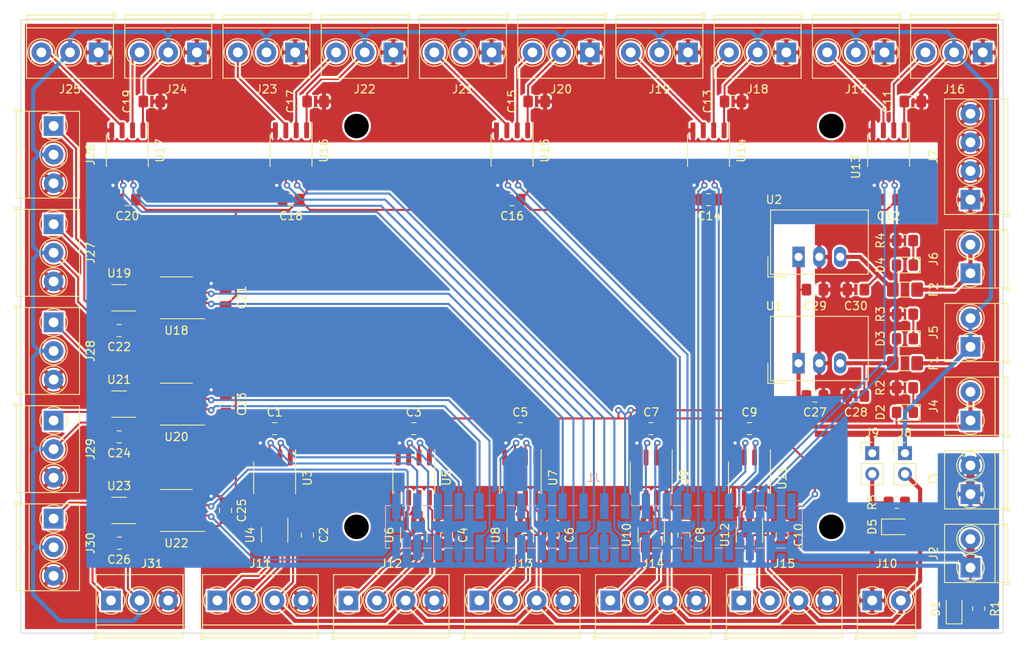
<source format=kicad_pcb>
(kicad_pcb (version 20221018) (generator pcbnew)
  (layers (0 "F.Cu" signal) (31 "B.Cu" signal) (34 "B.Paste" user) (35 "F.Paste" user) (36 "B.SilkS" user "B.Silkscreen") (37 "F.SilkS" user "F.Silkscreen") (38 "B.Mask" user) (39 "F.Mask" user) (44 "Edge.Cuts" user))
  (net 0 "")
  (net 1 "5V_PI")
  (net 2 "3V3_PI")
  (net 3 "GND_PI")
  (net 4 "5V_ISO")
  (net 5 "GND_ISO")
  (net 6 "VCONTROL")
  (net 7 "3V3_ISO")
  (net 8 "/input1/INA_ISO")
  (net 9 "/input1/INB_ISO")
  (net 10 "/input2/INA_ISO")
  (net 11 "/input2/INB_ISO")
  (net 12 "/input3/INA_ISO")
  (net 13 "/input3/INB_ISO")
  (net 14 "/input4/INA_ISO")
  (net 15 "/input4/INB_ISO")
  (net 16 "/input5/INB_ISO")
  (net 17 "/input5/INA_ISO")
  (net 18 "Net-(D1-K)")
  (net 19 "Net-(D2-K)")
  (net 20 "Net-(D3-K)")
  (net 21 "Net-(D4-K)")
  (net 22 "Net-(D3-A)")
  (net 23 "/output1/OUTA_ISO")
  (net 24 "/output1/OUTB_ISO")
  (net 25 "/output2/OUTA_ISO")
  (net 26 "/output2/OUTB_ISO")
  (net 27 "/output3/OUTA_ISO")
  (net 28 "/output3/OUTB_ISO")
  (net 29 "Net-(D4-A)")
  (net 30 "5V_DRV")
  (net 31 "GND_DRV")
  (net 32 "Net-(J12-Pin_1)")
  (net 33 "Net-(J12-Pin_2)")
  (net 34 "/driver-output-X/DIR_DRV")
  (net 35 "/driver-output-X/STP_DRV")
  (net 36 "/driver-output-Y/STP_DRV")
  (net 37 "/driver-output-Y/DIR_DRV")
  (net 38 "/driver-output-Z/DIR_DRV")
  (net 39 "/driver-output-Z/STP_DRV")
  (net 40 "/driver-output-A/STP_DRV")
  (net 41 "/driver-output-A/DIR_DRV")
  (net 42 "/driver-output-B/STP_DRV")
  (net 43 "/driver-output-B/DIR_DRV")
  (net 44 "Net-(J27-Pin_1)")
  (net 47 "Net-(J28-Pin_1)")
  (net 48 "Net-(J13-Pin_1)")
  (net 49 "Net-(J13-Pin_2)")
  (net 50 "Net-(J29-Pin_1)")
  (net 51 "Net-(J14-Pin_1)")
  (net 52 "Net-(J14-Pin_2)")
  (net 53 "Net-(J15-Pin_1)")
  (net 54 "Net-(J15-Pin_2)")
  (net 55 "Net-(J30-Pin_1)")
  (net 56 "Net-(J31-Pin_1)")
  (net 57 "Net-(D5-K)")
  (net 58 "Net-(J11-Pin_1)")
  (net 59 "Net-(J11-Pin_2)")
  (net 60 "Net-(J26-Pin_1)")
  (net 61 "/DIRB")
  (net 62 "/STPB")
  (net 63 "/IN2")
  (net 64 "/IN1")
  (net 65 "/DIRX")
  (net 66 "/STPX")
  (net 67 "/STPY")
  (net 68 "/DIRY")
  (net 69 "/STPZ")
  (net 70 "/DIRZ")
  (net 71 "/STPA")
  (net 72 "/DIRA")
  (net 73 "/IN3")
  (net 74 "/IN4")
  (net 75 "/IN5")
  (net 76 "/IN6")
  (net 77 "/IN7")
  (net 78 "/IN8")
  (net 79 "/IN9")
  (net 80 "/IN10")
  (net 81 "/OUT2")
  (net 82 "/OUT1")
  (net 83 "/OUT4")
  (net 84 "/OUT3")
  (net 85 "/OUT6")
  (net 86 "/OUT5")
  (footprint "Connector_PinHeader_2.54mm:PinHeader_1x02_P2.54mm_Vertical" (layer "F.Cu") (at 108 53)
    (fp_text reference "J8")
    (fp_text value "Conn_01x02_Pin")
  )
  (footprint "Capacitor_SMD:C_0805_2012Metric_Pad1.18x1.45mm_HandSolder" (layer "F.Cu") (at 97 33)
    (fp_text reference "C29")
    (fp_text value "10n")
  )
  (footprint "Capacitor_SMD:C_0805_2012Metric_Pad1.18x1.45mm_HandSolder" (layer "F.Cu") (at 76.9625 50 180)
    (fp_text reference "C7")
    (fp_text value "100n")
  )
  (footprint "TerminalBlock_Phoenix:TerminalBlock_Phoenix_PT-1,5-3-3.5-H_1x03_P3.50mm_Horizontal" (layer "F.Cu") (at 21.5 4 180)
    (fp_text reference "J24")
    (fp_text value "Screw_Terminal_01x03")
  )
  (footprint "Capacitor_SMD:C_0805_2012Metric_Pad1.18x1.45mm_HandSolder" (layer "F.Cu") (at 61 50 180)
    (fp_text reference "C5")
    (fp_text value "100n")
  )
  (footprint "Capacitor_SMD:C_0805_2012Metric_Pad1.18x1.45mm_HandSolder" (layer "F.Cu") (at 106 22 180)
    (fp_text reference "C12")
    (fp_text value "100n")
  )
  (footprint "TerminalBlock_Phoenix:TerminalBlock_Phoenix_PT-1,5-3-3.5-H_1x03_P3.50mm_Horizontal" (layer "F.Cu") (at 4 49 -90)
    (fp_text reference "J29")
    (fp_text value "Screw_Terminal_01x03")
  )
  (footprint "TerminalBlock_Phoenix:TerminalBlock_Phoenix_PT-1,5-3-3.5-H_1x03_P3.50mm_Horizontal" (layer "F.Cu") (at 4 13 -90)
    (fp_text reference "J26")
    (fp_text value "Screw_Terminal_01x03")
  )
  (footprint "Capacitor_SMD:C_0805_2012Metric_Pad1.18x1.45mm_HandSolder" (layer "F.Cu") (at 16 10)
    (fp_text reference "C19")
    (fp_text value "100n")
  )
  (footprint "Package_TO_SOT_SMD:SOT-23-6_Handsoldering" (layer "F.Cu") (at 12 47 180)
    (fp_text reference "U21")
    (fp_text value "74LVC2G34")
  )
  (footprint "Capacitor_SMD:C_0805_2012Metric_Pad1.18x1.45mm_HandSolder" (layer "F.Cu") (at 52 63 -90)
    (fp_text reference "C4")
    (fp_text value "100n")
  )
  (footprint "LED_SMD:LED_0805_2012Metric_Pad1.15x1.40mm_HandSolder" (layer "F.Cu") (at 107 62)
    (fp_text reference "D5")
    (fp_text value "LED_Small_Filled")
  )
  (footprint "Package_SO:SOIC-8_3.9x4.9mm_P1.27mm" (layer "F.Cu") (at 84 16 -90)
    (fp_text reference "U14")
    (fp_text value "π120U30")
  )
  (footprint "TerminalBlock_Phoenix:TerminalBlock_Phoenix_PT-1,5-3-3.5-H_1x03_P3.50mm_Horizontal" (layer "F.Cu") (at 11 71)
    (fp_text reference "J31")
    (fp_text value "Screw_Terminal_01x03")
  )
  (footprint "Capacitor_SMD:C_0805_2012Metric_Pad1.18x1.45mm_HandSolder" (layer "F.Cu") (at 102 46 180)
    (fp_text reference "C28")
    (fp_text value "22u")
  )
  (footprint "Capacitor_SMD:C_0805_2012Metric_Pad1.18x1.45mm_HandSolder" (layer "F.Cu") (at 97 46)
    (fp_text reference "C27")
    (fp_text value "10u")
  )
  (footprint "Package_SO:SOIC-8_3.9x4.9mm_P1.27mm" (layer "F.Cu") (at 19 47 180)
    (fp_text reference "U20")
    (fp_text value "π120U30")
  )
  (footprint "TerminalBlock_Phoenix:TerminalBlock_Phoenix_PT-1,5-2-3.5-H_1x02_P3.50mm_Horizontal" (layer "F.Cu") (at 116 49 90)
    (fp_text reference "J4")
    (fp_text value "Screw_Terminal_01x02")
  )
  (footprint "Package_TO_SOT_SMD:SOT-23-6_Handsoldering" (layer "F.Cu") (at 77 63 -90)
    (fp_text reference "U10")
    (fp_text value "74LVC2G34")
  )
  (footprint "LED_SMD:LED_0805_2012Metric_Pad1.15x1.40mm_HandSolder" (layer "F.Cu") (at 108 30 180)
    (fp_text reference "D4")
    (fp_text value "LED_Small_Filled")
  )
  (footprint "Capacitor_SMD:C_0805_2012Metric_Pad1.18x1.45mm_HandSolder" (layer "F.Cu") (at 33 22 180)
    (fp_text reference "C18")
    (fp_text value "100n")
  )
  (footprint "Resistor_SMD:R_0805_2012Metric_Pad1.20x1.40mm_HandSolder" (layer "F.Cu") (at 108 27 180)
    (fp_text reference "R4")
    (fp_text value "1K")
  )
  (footprint "Capacitor_SMD:C_0805_2012Metric_Pad1.18x1.45mm_HandSolder" (layer "F.Cu") (at 35 63 -90)
    (fp_text reference "C2")
    (fp_text value "100n")
  )
  (footprint "Fuse:Fuse_1206_3216Metric_Pad1.42x1.75mm_HandSolder" (layer "F.Cu") (at 108 42)
    (fp_text reference "F1")
    (fp_text value "Polyfuse_Small")
  )
  (footprint "Capacitor_SMD:C_0805_2012Metric_Pad1.18x1.45mm_HandSolder" (layer "F.Cu") (at 93 63 -90)
    (fp_text reference "C10")
    (fp_text value "100n")
  )
  (footprint "Package_SO:SOIC-8_3.9x4.9mm_P1.27mm" (layer "F.Cu") (at 31 56 -90)
    (fp_text reference "U3")
    (fp_text value "π120U30")
  )
  (footprint "Capacitor_SMD:C_0805_2012Metric_Pad1.18x1.45mm_HandSolder" (layer "F.Cu") (at 60 22 180)
    (fp_text reference "C16")
    (fp_text value "100n")
  )
  (footprint "Package_TO_SOT_SMD:SOT-23-6_Handsoldering" (layer "F.Cu") (at 89 63 -90)
    (fp_text reference "U12")
    (fp_text value "74LVC2G34")
  )
  (footprint "Capacitor_SMD:C_0805_2012Metric_Pad1.18x1.45mm_HandSolder" (layer "F.Cu") (at 102 33 180)
    (fp_text reference "C30")
    (fp_text value "22u")
  )
  (footprint "Capacitor_SMD:C_0805_2012Metric_Pad1.18x1.45mm_HandSolder" (layer "F.Cu") (at 12 51 180)
    (fp_text reference "C24")
    (fp_text value "100n")
  )
  (footprint "Resistor_SMD:R_0805_2012Metric_Pad1.20x1.40mm_HandSolder" (layer "F.Cu") (at 108 36 180)
    (fp_text reference "R3")
    (fp_text value "1K")
  )
  (footprint "Package_TO_SOT_SMD:SOT-23-6_Handsoldering" (layer "F.Cu") (at 61 63 -90)
    (fp_text reference "U8")
    (fp_text value "74LVC2G34")
  )
  (footprint "Fuse:Fuse_1206_3216Metric_Pad1.42x1.75mm_HandSolder" (layer "F.Cu") (at 108 33)
    (fp_text reference "F2")
    (fp_text value "Polyfuse_Small")
  )
  (footprint "TerminalBlock_Phoenix:TerminalBlock_Phoenix_PT-1,5-4-3.5-H_1x04_P3.50mm_Horizontal" (layer "F.Cu") (at 72 71)
    (fp_text reference "J14")
    (fp_text value "Screw_Terminal_01x04")
  )
  (footprint "Capacitor_SMD:C_0805_2012Metric_Pad1.18x1.45mm_HandSolder" (layer "F.Cu") (at 13 22 180)
    (fp_text reference "C20")
    (fp_text value "100n")
  )
  (footprint "Package_SO:SOIC-8_3.9x4.9mm_P1.27mm" (layer "F.Cu") (at 19 34 180)
    (fp_text reference "U18")
    (fp_text value "π120U30")
  )
  (footprint "TerminalBlock_Phoenix:TerminalBlock_Phoenix_PT-1,5-2-3.5-H_1x02_P3.50mm_Horizontal" (layer "F.Cu") (at 116 31 90)
    (fp_text reference "J6")
    (fp_text value "Screw_Terminal_01x02")
  )
  (footprint "Capacitor_SMD:C_0805_2012Metric_Pad1.18x1.45mm_HandSolder" (layer "F.Cu") (at 25 60 90)
    (fp_text reference "C25")
    (fp_text value "100n")
  )
  (footprint "Capacitor_SMD:C_0805_2012Metric_Pad1.18x1.45mm_HandSolder" (layer "F.Cu") (at 31 50 180)
    (fp_text reference "C1")
    (fp_text value "100n")
  )
  (footprint "TerminalBlock_Phoenix:TerminalBlock_Phoenix_PT-1,5-3-3.5-H_1x03_P3.50mm_Horizontal" (layer "F.Cu") (at 4 61 -90)
    (fp_text reference "J30")
    (fp_text value "Screw_Terminal_01x03")
  )
  (footprint "TerminalBlock_Phoenix:TerminalBlock_Phoenix_PT-1,5-4-3.5-H_1x04_P3.50mm_Horizontal" (layer "F.Cu") (at 24 71)
    (fp_text reference "J11")
    (fp_text value "Screw_Terminal_01x04")
  )
  (footprint "Package_SO:SOIC-8_3.9x4.9mm_P1.27mm" (layer "F.Cu") (at 19 60 180)
    (fp_text reference "U22")
    (fp_text value "π120U30")
  )
  (footprint "Package_TO_SOT_SMD:SOT-23-6_Handsoldering" (layer "F.Cu") (at 12 34 180)
    (fp_text reference "U19")
    (fp_text value "74LVC2G34")
  )
  (footprint "Converter_DCDC:Converter_DCDC_TRACO_TSR-1_THT" (layer "F.Cu") (at 95 42)
    (fp_text reference "U1")
    (fp_text value "TSR_1-2450")
  )
  (footprint "Resistor_SMD:R_0805_2012Metric_Pad1.20x1.40mm_HandSolder" (layer "F.Cu") (at 107 59 180)
    (fp_text reference "R5")
    (fp_text value "1K")
  )
  (footprint "TerminalBlock_Phoenix:TerminalBlock_Phoenix_PT-1,5-3-3.5-H_1x03_P3.50mm_Horizontal" (layer "F.Cu") (at 81.5 4 180)
    (fp_text reference "J19")
    (fp_text value "Screw_Terminal_01x03")
  )
  (footprint "Resistor_SMD:R_0805_2012Metric_Pad1.20x1.40mm_HandSolder" (layer "F.Cu") (at 117 72 90)
    (fp_text reference "R1")
    (fp_text value "1K")
  )
  (footprint "Capacitor_SMD:C_0805_2012Metric_Pad1.18x1.45mm_HandSolder" (layer "F.Cu") (at 84 22 180)
    (fp_text reference "C14")
    (fp_text value "100n")
  )
  (footprint "Package_SO:SOIC-8_3.9x4.9mm_P1.27mm" (layer "F.Cu") (at 13 16 -90)
    (fp_text reference "U17")
    (fp_text value "π120U30")
  )
  (footprint "Resistor_SMD:R_0805_2012Metric_Pad1.20x1.40mm_HandSolder" (layer "F.Cu") (at 108 45 180)
    (fp_text reference "R2")
    (fp_text value "4K7")
  )
  (footprint "Capacitor_SMD:C_0805_2012Metric_Pad1.18x1.45mm_HandSolder" (layer "F.Cu") (at 36 10)
    (fp_text reference "C17")
    (fp_text value "100n")
  )
  (footprint "TerminalBlock_Phoenix:TerminalBlock_Phoenix_PT-1,5-3-3.5-H_1x03_P3.50mm_Horizontal" (layer "F.Cu") (at 33.5 4 180)
    (fp_text reference "J23")
    (fp_text value "Screw_Terminal_01x03")
  )
  (footprint "Package_TO_SOT_SMD:SOT-23-6_Handsoldering" (layer "F.Cu") (at 31 63 -90)
    (fp_text reference "U4")
    (fp_text value "74LVC2G34")
  )
  (footprint "Capacitor_SMD:C_0805_2012Metric_Pad1.18x1.45mm_HandSolder" (layer "F.Cu") (at 12 38 180)
    (fp_text reference "C22")
    (fp_text value "100n")
  )
  (footprint "TerminalBlock_Phoenix:TerminalBlock_Phoenix_PT-1,5-3-3.5-H_1x03_P3.50mm_Horizontal" (layer "F.Cu") (at 57.5 4 180)
    (fp_text reference "J21")
    (fp_text value "Screw_Terminal_01x03")
  )
  (footprint "TerminalBlock_Phoenix:TerminalBlock_Phoenix_PT-1,5-3-3.5-H_1x03_P3.50mm_Horizontal" (layer "F.Cu") (at 4 37 -90)
    (fp_text reference "J28")
    (fp_text value "Screw_Terminal_01x03")
  )
  (footprint "Package_SO:SOIC-8_3.9x4.9mm_P1.27mm" (layer "F.Cu") (at 89 56 -90)
    (fp_text reference "U11")
    (fp_text value "π120U30")
  )
  (footprint "Capacitor_SMD:C_0805_2012Metric_Pad1.18x1.45mm_HandSolder" (layer "F.Cu") (at 65 63 -90)
    (fp_text reference "C6")
    (fp_text value "100n")
  )
  (footprint "TerminalBlock_Phoenix:TerminalBlock_Phoenix_PT-1,5-4-3.5-H_1x04_P3.50mm_Horizontal" (layer "F.Cu") (at 116 22 90)
    (fp_text reference "J7")
    (fp_text value "Screw_Terminal_01x04")
  )
  (footprint "TerminalBlock_Phoenix:TerminalBlock_Phoenix_PT-1,5-2-3.5-H_1x02_P3.50mm_Horizontal" (layer "F.Cu") (at 104 71)
    (fp_text reference "J10")
    (fp_text value "Screw_Terminal_01x02")
  )
  (footprint "TerminalBlock_Phoenix:TerminalBlock_Phoenix_PT-1,5-3-3.5-H_1x03_P3.50mm_Horizontal" (layer "F.Cu") (at 93.5 4 180)
    (fp_text reference "J18")
    (fp_text value "Screw_Terminal_01x03")
  )
  (footprint "Package_SO:SOIC-8_3.9x4.9mm_P1.27mm" (layer "F.Cu") (at 77 56 -90)
    (fp_text reference "U9")
    (fp_text value "π120U30")
  )
  (footprint "Capacitor_SMD:C_0805_2012Metric_Pad1.18x1.45mm_HandSolder" (layer "F.Cu") (at 25.0375 47 90)
    (fp_text reference "C23")
    (fp_text value "100n")
  )
  (footprint "LED_SMD:LED_0805_2012Metric_Pad1.15x1.40mm_HandSolder" (layer "F.Cu") (at 114 72 90)
    (fp_text reference "D1")
    (fp_text value "LED_Small_Filled")
  )
  (footprint "TerminalBlock_Phoenix:TerminalBlock_Phoenix_PT-1,5-3-3.5-H_1x03_P3.50mm_Horizontal" (layer "F.Cu") (at 9.5 4 180)
    (fp_text reference "J25")
    (fp_text value "Screw_Terminal_01x03")
  )
  (footprint "TerminalBlock_Phoenix:TerminalBlock_Phoenix_PT-1,5-4-3.5-H_1x04_P3.50mm_Horizontal" (layer "F.Cu") (at 56 71)
    (fp_text reference "J13")
    (fp_text value "Screw_Terminal_01x04")
  )
  (footprint "Capacitor_SMD:C_0805_2012Metric_Pad1.18x1.45mm_HandSolder" (layer "F.Cu") (at 12.0375 64 180)
    (fp_text reference "C26")
    (fp_text value "100n")
  )
  (footprint "Package_TO_SOT_SMD:SOT-23-6_Handsoldering" (layer "F.Cu") (at 12 60 180)
    (fp_text reference "U23")
    (fp_text value "74LVC2G34")
  )
  (footprint "Capacitor_SMD:C_0805_2012Metric_Pad1.18x1.45mm_HandSolder" (layer "F.Cu") (at 25 33.9625 90)
    (fp_text reference "C21")
    (fp_text value "100n")
  )
  (footprint "TerminalBlock_Phoenix:TerminalBlock_Phoenix_PT-1,5-4-3.5-H_1x04_P3.50mm_Horizontal" (layer "F.Cu") (at 40 71)
    (fp_text reference "J12")
    (fp_text value "Screw_Terminal_01x04")
  )
  (footprint "TerminalBlock_Phoenix:TerminalBlock_Phoenix_PT-1,5-3-3.5-H_1x03_P3.50mm_Horizontal" (layer "F.Cu") (at 69.5 4 180)
    (fp_text reference "J20")
    (fp_text value "Screw_Terminal_01x03")
  )
  (footprint "LED_SMD:LED_0805_2012Metric_Pad1.15x1.40mm_HandSolder" (layer "F.Cu") (at 108 39 180)
    (fp_text reference "D3")
    (fp_text value "LED_Small_Filled")
  )
  (footprint "LED_SMD:LED_0805_2012Metric_Pad1.15x1.40mm_HandSolder" (layer "F.Cu") (at 108 48 180)
    (fp_text reference "D2")
    (fp_text value "LED_Small_Filled")
  )
  (footprint "Package_SO:SOIC-8_3.9x4.9mm_P1.27mm" (layer "F.Cu") (at 48 56 -90)
    (fp_text reference "U5")
    (fp_text value "π120U30")
  )
  (footprint "TerminalBlock_Phoenix:TerminalBlock_Phoenix_PT-1,5-3-3.5-H_1x03_P3.50mm_Horizontal" (layer "F.Cu") (at 45.5 4 180)
    (fp_text reference "J22")
    (fp_text value "Screw_Terminal_01x03")
  )
  (footprint "TerminalBlock_Phoenix:TerminalBlock_Phoenix_PT-1,5-2-3.5-H_1x02_P3.50mm_Horizontal" (layer "F.Cu") (at 116 67 90)
    (fp_text reference "J2")
    (fp_text value "Screw_Terminal_01x02")
  )
  (footprint "Capacitor_SMD:C_0805_2012Metric_Pad1.18x1.45mm_HandSolder" (layer "F.Cu") (at 63 10)
    (fp_text reference "C15")
    (fp_text value "100n")
  )
  (footprint "TerminalBlock_Phoenix:TerminalBlock_Phoenix_PT-1,5-3-3.5-H_1x03_P3.50mm_Horizontal" (layer "F.Cu") (at 105.5 4 180)
    (fp_text reference "J17")
    (fp_text value "Screw_Terminal_01x03")
  )
  (footprint "TerminalBlock_Phoenix:TerminalBlock_Phoenix_PT-1,5-4-3.5-H_1x04_P3.50mm_Horizontal" (layer "F.Cu") (at 88 71)
    (fp_text reference "J15")
    (fp_text value "Screw_Terminal_01x04")
  )
  (footprint "Package_TO_SOT_SMD:SOT-23-6_Handsoldering" (layer "F.Cu") (at 48 63 -90)
    (fp_text reference "U6")
    (fp_text value "74LVC2G34")
  )
  (footprint "TerminalBlock_Phoenix:TerminalBlock_Phoenix_PT-1,5-3-3.5-H_1x03_P3.50mm_Horizontal" (layer "F.Cu") (at 4 25 -90)
    (fp_text reference "J27")
    (fp_text value "Screw_Terminal_01x03")
  )
  (footprint "Capacitor_SMD:C_0805_2012Metric_Pad1.18x1.45mm_HandSolder" (layer "F.Cu") (at 87 10)
    (fp_text reference "C13")
    (fp_text value "100n")
  )
  (footprint "Package_SO:SOIC-8_3.9x4.9mm_P1.27mm" (layer "F.Cu") (at 106 16 -90)
    (fp_text reference "U13")
    (fp_text value "π120U30")
  )
  (footprint "Connector_PinHeader_2.54mm:PinHeader_1x02_P2.54mm_Vertical" (layer "F.Cu") (at 104 53)
    (fp_text reference "J9")
    (fp_text value "Conn_01x02_Pin")
  )
  (footprint "TerminalBlock_Phoenix:TerminalBlock_Phoenix_PT-1,5-2-3.5-H_1x02_P3.50mm_Horizontal" (layer "F.Cu") (at 116 40 90)
    (fp_text reference "J5")
    (fp_text value "Screw_Terminal_01x02")
  )
  (footprint "Capacitor_SMD:C_0805_2012Metric_Pad1.18x1.45mm_HandSolder" (layer "F.Cu") (at 48 50 180)
    (fp_text reference "C3")
    (fp_text value "100n")
  )
  (footprint "Package_SO:SOIC-8_3.9x4.9mm_P1.27mm" (layer "F.Cu") (at 33 16 -90)
    (fp_text reference "U16")
    (fp_text value "π120U30")
  )
  (footprint "TerminalBlock_Phoenix:TerminalBlock_Phoenix_PT-1,5-2-3.5-H_1x02_P3.50mm_Horizontal" (layer "F.Cu") (at 116 58 90)
    (fp_text reference "J3")
    (fp_text value "Screw_Terminal_01x02")
  )
  (footprint "Capacitor_SMD:C_0805_2012Metric_Pad1.18x1.45mm_HandSolder" (layer "F.Cu") (at 108.9625 10)
    (fp_text reference "C11")
    (fp_text value "100n")
  )
  (footprint "Package_SO:SOIC-8_3.9x4.9mm_P1.27mm" (layer "F.Cu") (at 60 16 -90)
    (fp_text reference "U15")
    (fp_text value "π120U30")
  )
  (footprint "Capacitor_SMD:C_0805_2012Metric_Pad1.18x1.45mm_HandSolder" (layer "F.Cu") (at 89 50 180)
    (fp_text reference "C9")
    (fp_text value "100n")
  )
  (footprint "Package_SO:SOIC-8_3.9x4.9mm_P1.27mm" (layer "F.Cu") (at 61 56 -90)
    (fp_text reference "U7")
    (fp_text value "π120U30")
  )
  (footprint "TerminalBlock_Phoenix:TerminalBlock_Phoenix_PT-1,5-3-3.5-H_1x03_P3.50mm_Horizontal" (layer "F.Cu") (at 117.5 4 180)
    (fp_text reference "J16")
    (fp_text value "Screw_Terminal_01x03")
  )
  (footprint "Capacitor_SMD:C_0805_2012Metric_Pad1.18x1.45mm_HandSolder" (layer "F.Cu") (at 81 63 -90)
    (fp_text reference "C8")
    (fp_text value "100n")
  )
  (footprint "Converter_DCDC:Converter_DCDC_TRACO_TSR-1_THT" (layer "F.Cu") (at 95 29)
    (fp_text reference "U2")
    (fp_text value "TSR_1-2433")
  )
  (footprint "RPI:raspberrypi" (layer "B.Cu") (at 102.5 9.5)
    (fp_text reference "J1")
    (fp_text value "Raspberry_Pi")
  )
  (gr_line (start 0 75) (end 0 0) (stroke (width 0.1)) (layer "Edge.Cuts"))
  (gr_line (start 0 0) (end 120 0) (stroke (width 0.1)) (layer "Edge.Cuts"))
  (gr_line (start 120 75) (end 0 75) (stroke (width 0.1)) (layer "Edge.Cuts"))
  (gr_line (start 120 0) (end 120 75) (stroke (width 0.1)) (layer "Edge.Cuts"))
  (segment (start 116 68.975) (end 114 70.975) (width 0.25) (layer "F.Cu") (net 1))
  (segment (start 116 67) (end 116 68.975) (width 0.25) (layer "F.Cu") (net 1))
  (segment (start 116 63.5) (end 116 67) (width 1) (layer "F.Cu") (net 1))
  (segment (start 95.355 65.75) (end 114.75 65.75) (width 1) (layer "B.Cu") (net 1))
  (segment (start 94.13 64.525) (end 95.355 65.75) (width 1) (layer "B.Cu") (net 1))
  (segment (start 91.59 64.525) (end 94.13 64.525) (width 1) (layer "B.Cu") (net 1))
  (segment (start 114.75 65.75) (end 116 67) (width 1) (layer "B.Cu") (net 1))
  (segment (start 78.905 53.525) (end 78.905 50.905) (width 0.25) (layer "F.Cu") (net 2))
  (segment (start 24.17 48.905) (end 25.0375 48.0375) (width 0.25) (layer "F.Cu") (net 2))
  (segment (start 61.905 18.475) (end 61.905 21.1325) (width 0.25) (layer "F.Cu") (net 2))
  (segment (start 25 61.0375) (end 25.4625 61.0375) (width 0.25) (layer "F.Cu") (net 2))
  (segment (start 47.7875 48.75) (end 49.0375 50) (width 0.25) (layer "F.Cu") (net 2))
  (segment (start 25.4625 61.0375) (end 26.25 60.25) (width 0.25) (layer "F.Cu") (net 2))
  (segment (start 32.0375 50) (end 33.2875 48.75) (width 0.25) (layer "F.Cu") (net 2))
  (segment (start 61.905 21.1325) (end 61.0375 22) (width 0.25) (layer "F.Cu") (net 2))
  (segment (start 85.905 21.0375) (end 85.905 18.475) (width 0.25) (layer "F.Cu") (net 2))
  (segment (start 79.25 48.75) (end 88.7875 48.75) (width 0.25) (layer "F.Cu") (net 2))
  (segment (start 73.75 23.25) (end 83.6925 23.25) (width 0.25) (layer "F.Cu") (net 2))
  (segment (start 21.475 61.905) (end 24.1325 61.905) (width 0.25) (layer "F.Cu") (net 2))
  (segment (start 33.2875 48.75) (end 47.7875 48.75) (width 0.25) (layer "F.Cu") (net 2))
  (segment (start 49.905 53.525) (end 49.905 50.8675) (width 0.25) (layer "F.Cu") (net 2))
  (segment (start 26.25 48.75) (end 30.7875 48.75) (width 0.25) (layer "F.Cu") (net 2))
  (segment (start 73 47.75) (end 73 48.75) (width 0.25) (layer "F.Cu") (net 2))
  (segment (start 26.2125 48.0375) (end 26.25 48) (width 0.25) (layer "F.Cu") (net 2))
  (segment (start 76.75 48.75) (end 78 50) (width 0.25) (layer "F.Cu") (net 2))
  (segment (start 59.7875 23.25) (end 61.0375 22) (width 0.25) (layer "F.Cu") (net 2))
  (segment (start 62.0375 50) (end 63.2875 48.75) (width 0.25) (layer "F.Cu") (net 2))
  (segment (start 86.2875 23.25) (end 105.7875 23.25) (width 0.25) (layer "F.Cu") (net 2))
  (segment (start 30.7875 48.75) (end 32.0375 50) (width 0.25) (layer "F.Cu") (net 2))
  (segment (start 85.0375 22) (end 86.2875 23.25) (width 0.25) (layer "F.Cu") (net 2))
  (segment (start 14.905 18.475) (end 14.905 21.1325) (width 0.25) (layer "F.Cu") (net 2))
  (segment (start 60.7875 48.75) (end 62.0375 50) (width 0.25) (layer "F.Cu") (net 2))
  (segment (start 21.475 48.905) (end 24.17 48.905) (width 0.25) (layer "F.Cu") (net 2))
  (segment (start 63.2875 48.75) (end 73.75 48.75) (width 0.25) (layer "F.Cu") (net 2))
  (segment (start 26.25 48.75) (end 26.25 48) (width 0.25) (layer "F.Cu") (net 2))
  (segment (start 49.905 50.8675) (end 49.0375 50) (width 0.25) (layer "F.Cu") (net 2))
  (segment (start 35.2875 23.25) (end 59.7875 23.25) (width 0.25) (layer "F.Cu") (net 2))
  (segment (start 32.7875 23.25) (end 34.0375 22) (width 0.25) (layer "F.Cu") (net 2))
  (segment (start 25.0375 48.0375) (end 26.2125 48.0375) (width 0.25) (layer "F.Cu") (net 2))
  (segment (start 78 50) (end 79.25 48.75) (width 0.25) (layer "F.Cu") (net 2))
  (segment (start 61.0375 22) (end 62.2875 23.25) (width 0.25) (layer "F.Cu") (net 2))
  (segment (start 73.75 48.75) (end 74.75 48.75) (width 0.25) (layer "F.Cu") (net 2))
  (segment (start 105.7875 23.25) (end 107.0375 22) (width 0.25) (layer "F.Cu") (net 2))
  (segment (start 26.25 36.25) (end 25 35) (width 0.25) (layer "F.Cu") (net 2))
  (segment (start 97 55) (end 97 58) (width 0.25) (layer "F.Cu") (net 2))
  (segment (start 90.905 53.525) (end 90.905 50.8675) (width 0.25) (layer "F.Cu") (net 2))
  (segment (start 78.905 50.905) (end 78 50) (width 0.25) (layer "F.Cu") (net 2))
  (segment (start 34.0375 22) (end 35.2875 23.25) (width 0.25) (layer "F.Cu") (net 2))
  (segment (start 89.75 47.75) (end 97 55) (width 0.25) (layer "F.Cu") (net 2))
  (segment (start 62.905 50.8675) (end 62.0375 50) (width 0.25) (layer "F.Cu") (net 2))
  (segment (start 62.905 53.525) (end 62.905 50.8675) (width 0.25) (layer "F.Cu") (net 2))
  (segment (start 74.75 48.75) (end 76.75 48.75) (width 0.25) (layer "F.Cu") (net 2))
  (segment (start 15.2875 23.25) (end 14.0375 22) (width 0.25) (layer "F.Cu") (net 2))
  (segment (start 25 35) (end 26.25 33.75) (width 0.25) (layer "F.Cu") (net 2))
  (segment (start 26.25 48) (end 26.25 36.25) (width 0.25) (layer "F.Cu") (net 2))
  (segment (start 107.905 21.1325) (end 107.0375 22) (width 0.25) (layer "F.Cu") (net 2))
  (segment (start 74.5 47.75) (end 74.5 48.75) (width 0.25) (layer "F.Cu") (net 2))
  (segment (start 50.2875 48.75) (end 60.7875 48.75) (width 0.25) (layer "F.Cu") (net 2))
  (segment (start 24.1325 61.905) (end 25 61.0375) (width 0.25) (layer "F.Cu") (net 2))
  (segment (start 88.7875 48.75) (end 90.0375 50) (width 0.25) (layer "F.Cu") (net 2))
  (segment (start 90.905 50.8675) (end 90.0375 50) (width 0.25) (layer "F.Cu") (net 2))
  (segment (start 21.475 35.905) (end 24.095 35.905) (width 0.25) (layer "F.Cu") (net 2))
  (segment (start 107.905 18.475) (end 107.905 21.1325) (width 0.25) (layer "F.Cu") (net 2))
  (segment (start 32.905 53.525) (end 32.905 50.8675) (width 0.25) (layer "F.Cu") (net 2))
  (segment (start 24.095 35.905) (end 25 35) (width 0.25) (layer "F.Cu") (net 2))
  (segment (start 26.25 33.75) (end 26.25 23.25) (width 0.25) (layer "F.Cu") (net 2))
  (segment (start 83.6925 23.25) (end 85.905 21.0375) (width 0.25) (layer "F.Cu") (net 2))
  (segment (start 14.905 21.1325) (end 14.0375 22) (width 0.25) (layer "F.Cu") (net 2))
  (segment (start 74.5 47.75) (end 89.75 47.75) (width 0.25) (layer "F.Cu") (net 2))
  (segment (start 26.25 23.25) (end 15.2875 23.25) (width 0.25) (layer "F.Cu") (net 2))
  (segment (start 26.25 60.25) (end 26.25 48.75) (width 0.25) (layer "F.Cu") (net 2))
  (segment (start 34.905 18.475) (end 34.905 21.1325) (width 0.25) (layer "F.Cu") (net 2))
  (segment (start 49.0375 50) (end 50.2875 48.75) (width 0.25) (layer "F.Cu") (net 2))
  (segment (start 62.2875 23.25) (end 73.75 23.25) (width 0.25) (layer "F.Cu") (net 2))
  (segment (start 34.905 21.1325) (end 34.0375 22) (width 0.25) (layer "F.Cu") (net 2))
  (segment (start 32.905 50.8675) (end 32.0375 50) (width 0.25) (layer "F.Cu") (net 2))
  (segment (start 26.25 23.25) (end 32.7875 23.25) (width 0.25) (layer "F.Cu") (net 2))
  (via (at 97 58) (size 0.8) (drill 0.4) (layers "F.Cu" "B.Cu") (net 2))
  (via (at 73 47.75) (size 0.8) (drill 0.4) (layers "F.Cu" "B.Cu") (net 2))
  (via (at 74.5 47.75) (size 0.8) (drill 0.4) (layers "F.Cu" "B.Cu") (net 2))
  (segment (start 73.25 47.75) (end 73.81 48.31) (width 0.25) (layer "B.Cu") (net 2))
  (segment (start 97 58) (end 95.525 59.475) (width 0.25) (layer "B.Cu") (net 2))
  (segment (start 73 47.75) (end 73.25 47.75) (width 0.25) (layer "B.Cu") (net 2))
  (segment (start 74.37 47.75) (end 73.81 48.31) (width 0.25) (layer "B.Cu") (net 2))
  (segment (start 74.5 47.75) (end 74.37 47.75) (width 0.25) (layer "B.Cu") (net 2))
  (segment (start 73.81 48.31) (end 73.81 59.475) (width 0.25) (layer "B.Cu") (net 2))
  (segment (start 95.525 59.475) (end 94.13 59.475) (width 0.25) (layer "B.Cu") (net 2))
  (segment (start 29.25 51.75) (end 29.25 50.7125) (width 0.25) (layer "F.Cu") (net 3))
  (segment (start 58.25 21.2875) (end 58.9625 22) (width 0.25) (layer "F.Cu") (net 3))
  (segment (start 82.095 18.475) (end 82.095 20.095) (width 0.25) (layer "F.Cu") (net 3))
  (segment (start 104.25 21.2875) (end 104.9625 22) (width 0.25) (layer "F.Cu") (net 3))
  (segment (start 58.095 18.475) (end 58.095 20.095) (width 0.25) (layer "F.Cu") (net 3))
  (segment (start 59.095 53.525) (end 59.095 51.905) (width 0.25) (layer "F.Cu") (net 3))
  (segment (start 11.25 20.25) (end 11.25 21.2875) (width 0.25) (layer "F.Cu") (net 3))
  (segment (start 21.475 58.095) (end 23.095 58.095) (width 0.25) (layer "F.Cu") (net 3))
  (segment (start 29.25 50.7125) (end 29.9625 50) (width 0.25) (layer "F.Cu") (net 3))
  (segment (start 87.095 51.905) (end 87.25 51.75) (width 0.25) (layer "F.Cu") (net 3))
  (segment (start 23.25 45.25) (end 24.325 45.25) (width 0.25) (layer "F.Cu") (net 3))
  (segment (start 118.5 60.5) (end 116 58) (width 0.25) (layer "F.Cu") (net 3))
  (segment (start 46.25 51.75) (end 46.25 50.7125) (width 0.25) (layer "F.Cu") (net 3))
  (segment (start 75.25 51.75) (end 75.25 50.675) (width 0.25) (layer "F.Cu") (net 3))
  (segment (start 31.095 18.475) (end 31.095 20.095) (width 0.25) (layer "F.Cu") (net 3))
  (segment (start 87.095 53.525) (end 87.095 51.905) (width 0.25) (layer "F.Cu") (net 3))
  (segment (start 82.237347 20.237347) (end 82.237347 21.369847) (width 0.25) (layer "F.Cu") (net 3))
  (segment (start 117 71) (end 118.5 69.5) (width 0.25) (layer "F.Cu") (net 3))
  (segment (start 11.095 20.095) (end 11.25 20.25) (width 0.25) (layer "F.Cu") (net 3))
  (segment (start 11.25 21.2875) (end 11.9625 22) (width 0.25) (layer "F.Cu") (net 3))
  (segment (start 75.25 50.675) (end 75.925 50) (width 0.25) (layer "F.Cu") (net 3))
  (segment (start 59.25 51.75) (end 59.25 50.7125) (width 0.25) (layer "F.Cu") (net 3))
  (segment (start 23.095 45.095) (end 23.25 45.25) (width 0.25) (layer "F.Cu") (net 3))
  (segment (start 82.095 20.095) (end 82.237347 20.237347) (width 0.25) (layer "F.Cu") (net 3))
  (segment (start 31.095 20.095) (end 31.25 20.25) (width 0.25) (layer "F.Cu") (net 3))
  (segment (start 87.25 50.7125) (end 87.9625 50) (width 0.25) (layer "F.Cu") (net 3))
  (segment (start 23.095 58.095) (end 23.25 58.25) (width 0.25) (layer "F.Cu") (net 3))
  (segment (start 46.095 51.905) (end 46.25 51.75) (width 0.25) (layer "F.Cu") (net 3))
  (segment (start 75.095 51.905) (end 75.25 51.75) (width 0.25) (layer "F.Cu") (net 3))
  (segment (start 59.25 50.7125) (end 59.9625 50) (width 0.25) (layer "F.Cu") (net 3))
  (segment (start 46.25 50.7125) (end 46.9625 50) (width 0.25) (layer "F.Cu") (net 3))
  (segment (start 104.095 20.095) (end 104.25 20.25) (width 0.25) (layer "F.Cu") (net 3))
  (segment (start 46.095 53.525) (end 46.095 51.905) (width 0.25) (layer "F.Cu") (net 3))
  (segment (start 75.095 53.525) (end 75.095 51.905) (width 0.25) (layer "F.Cu") (net 3))
  (segment (start 59.095 51.905) (end 59.25 51.75) (width 0.25) (layer "F.Cu") (net 3))
  (segment (start 24.325 45.25) (end 25.0375 45.9625) (width 0.25) (layer "F.Cu") (net 3))
  (segment (start 29.095 53.525) (end 29.095 51.905) (width 0.25) (layer "F.Cu") (net 3))
  (segment (start 87.25 51.75) (end 87.25 50.7125) (width 0.25) (layer "F.Cu") (net 3))
  (segment (start 24.2875 58.25) (end 25 58.9625) (width 0.25) (layer "F.Cu") (net 3))
  (segment (start 23.25 32.25) (end 24.325 32.25) (width 0.25) (layer "F.Cu") (net 3))
  (segment (start 21.475 45.095) (end 23.095 45.095) (width 0.25) (layer "F.Cu") (net 3))
  (segment (start 23.095 32.095) (end 23.25 32.25) (width 0.25) (layer "F.Cu") (net 3))
  (segment (start 11.095 18.475) (end 11.095 20.095) (width 0.25) (layer "F.Cu") (net 3))
  (segment (start 116 54.5) (end 116 58) (width 1) (layer "F.Cu") (net 3))
  (segment (start 31.25 20.25) (end 31.25 21.2875) (width 0.25) (layer "F.Cu") (net 3))
  (segment (start 58.25 20.25) (end 58.25 21.2875) (width 0.25) (layer "F.Cu") (net 3))
  (segment (start 118.5 69.5) (end 118.5 60.5) (width 0.25) (layer "F.Cu") (net 3))
  (segment (start 23.25 58.25) (end 24.2875 58.25) (width 0.25) (layer "F.Cu") (net 3))
  (segment (start 82.237347 21.369847) (end 82.8675 22) (width 0.25) (layer "F.Cu") (net 3))
  (segment (start 58.095 20.095) (end 58.25 20.25) (width 0.25) (layer "F.Cu") (net 3))
  (segment (start 104.095 18.475) (end 104.095 20.095) (width 0.25) (layer "F.Cu") (net 3))
  (segment (start 21.475 32.095) (end 23.095 32.095) (width 0.25) (layer "F.Cu") (net 3))
  (segment (start 104.25 20.25) (end 104.25 21.2875) (width 0.25) (layer "F.Cu") (net 3))
  (segment (start 24.325 32.25) (end 25 32.925) (width 0.25) (layer "F.Cu") (net 3))
  (segment (start 31.25 21.2875) (end 31.9625 22) (width 0.25) (layer "F.Cu") (net 3))
  (segment (start 29.095 51.905) (end 29.25 51.75) (width 0.25) (layer "F.Cu") (net 3))
  (via (at 59.25 51.75) (size 0.8) (drill 0.4) (layers "F.Cu" "B.Cu") (net 3))
  (via (at 11.25 20.25) (size 0.8) (drill 0.4) (layers "F.Cu" "B.Cu") (net 3))
  (via (at 46.25 51.75) (size 0.8) (drill 0.4) (layers "F.Cu" "B.Cu") (net 3))
  (via (at 75.25 51.75) (size 0.8) (drill 0.4) (layers "F.Cu" "B.Cu") (net 3))
  (via (at 58.25 20.25) (size 0.8) (drill 0.4) (layers "F.Cu" "B.Cu") (net 3))
  (via (at 23.25 45.25) (size 0.8) (drill 0.4) (layers "F.Cu" "B.Cu") (net 3))
  (via (at 29.25 51.75) (size 0.8) (drill 0.4) (layers "F.Cu" "B.Cu") (net 3))
  (via (at 87.25 51.75) (size 0.8) (drill 0.4) (layers "F.Cu" "B.Cu") (net 3))
  (via (at 23.25 32.25) (size 0.8) (drill 0.4) (layers "F.Cu" "B.Cu") (net 3))
  (via (at 31.25 20.25) (size 0.8) (drill 0.4) (layers "F.Cu" "B.Cu") (net 3))
  (via (at 23.25 58.25) (size 0.8) (drill 0.4) (layers "F.Cu" "B.Cu") (net 3))
  (via (at 104.25 20.25) (size 0.8) (drill 0.4) (layers "F.Cu" "B.Cu") (net 3))
  (via (at 82.237347 20.237347) (size 0.8) (drill 0.4) (layers "F.Cu" "B.Cu") (net 3))
  (segment (start 58.57 64.525) (end 58.57 63.43) (width 0.25) (layer "B.Cu") (net 3))
  (segment (start 36.75 7.25) (end 38.75 7.25) (width 0.25) (layer "F.Cu") (net 4))
  (segment (start 13 36.25) (end 8.75 36.25) (width 0.25) (layer "F.Cu") (net 4))
  (segment (start 13.0375 38) (end 13.0375 36.2875) (width 0.25) (layer "F.Cu") (net 4))
  (segment (start 13.075 62.325) (end 13 62.25) (width 0.25) (layer "F.Cu") (net 4))
  (segment (start 13.0375 36.2875) (end 13 36.25) (width 0.25) (layer "F.Cu") (net 4))
  (segment (start 7 34.5) (end 7 31.5) (width 0.25) (layer "F.Cu") (net 4))
  (segment (start 12 60.5) (end 12 61.75) (width 0.25) (layer "F.Cu") (net 4))
  (segment (start 13.075 69.575) (end 14.5 71) (width 0.25) (layer "F.Cu") (net 4))
  (segment (start 11.75 49.25) (end 13 49.25) (width 0.25) (layer "F.Cu") (net 4))
  (segment (start 114 42) (end 116 40) (width 0.5) (layer "F.Cu") (net 4))
  (segment (start 7.25 49.25) (end 11.75 49.25) (width 0.25) (layer "F.Cu") (net 4))
  (segment (start 85.9625 10) (end 85.9625 8.0375) (width 0.25) (layer "F.Cu") (net 4))
  (segment (start 16.525 35.905) (end 15.095 35.905) (width 0.25) (layer "F.Cu") (net 4))
  (segment (start 10.65 34) (end 11.5 34) (width 0.25) (layer "F.Cu") (net 4))
  (segment (start 14.75 62.25) (end 13 62.25) (width 0.25) (layer "F.Cu") (net 4))
  (segment (start 34.905 13.525) (end 34.905 10.0575) (width 0.25) (layer "F.Cu") (net 4))
  (segment (start 12 61.75) (end 12.5 62.25) (width 0.25) (layer "F.Cu") (net 4))
  (segment (start 15 49.25) (end 15.345 48.905) (width 0.25) (layer "F.Cu") (net 4))
  (segment (start 4 52.5) (end 7.25 49.25) (width 0.25) (layer "F.Cu") (net 4))
  (segment (start 10.65 60) (end 11.5 60) (width 0.25) (layer "F.Cu") (net 4))
  (segment (start 15.345 48.905) (end 16.525 48.905) (width 0.25) (layer "F.Cu") (net 4))
  (segment (start 61.9625 10) (end 61.9625 8.0375) (width 0.25) (layer "F.Cu") (net 4))
  (segment (start 109.4875 42) (end 114 42) (width 0.5) (layer "F.Cu") (net 4))
  (segment (start 13.075 64) (end 13.075 62.325) (width 0.25) (layer "F.Cu") (net 4))
  (segment (start 11.5 60) (end 12 60.5) (width 0.25) (layer "F.Cu") (net 4))
  (segment (start 34.9625 10) (end 34.9625 9.0375) (width 0.25) (layer "F.Cu") (net 4))
  (segment (start 61.9625 8.0375) (end 66 4) (width 0.25) (layer "F.Cu") (net 4))
  (segment (start 10.65 47) (end 11.5 47) (width 0.25) (layer "F.Cu") (net 4))
  (segment (start 8.75 36.25) (end 7 34.5) (width 0.25) (layer "F.Cu") (net 4))
  (segment (start 107.905 13.525) (end 107.905 10.02) (width 0.25) (layer "F.Cu") (net 4))
  (segment (start 61.905 10.0575) (end 61.9625 10) (width 0.25) (layer "F.Cu") (net 4))
  (segment (start 12.5 62.25) (end 13 62.25) (width 0.25) (layer "F.Cu") (net 4))
  (segment (start 14.905 10.0575) (end 14.9625 10) (width 0.25) (layer "F.Cu") (net 4))
  (segment (start 12 47.5) (end 12 49.25) (width 0.25) (layer "F.Cu") (net 4))
  (segment (start 12 34.5) (end 12 36.25) (width 0.25) (layer "F.Cu") (net 4))
  (segment (start 14.905 13.525) (end 14.905 10.0575) (width 0.25) (layer "F.Cu") (net 4))
  (segment (start 18 4) (end 14.9625 7.0375) (width 0.25) (layer "F.Cu") (net 4))
  (segment (start 38.75 7.25) (end 42 4) (width 0.25) (layer "F.Cu") (net 4))
  (segment (start 14.75 36.25) (end 13 36.25) (width 0.25) (layer "F.Cu") (net 4))
  (segment (start 7 31.5) (end 4 28.5) (width 0.25) (layer "F.Cu") (net 4))
  (segment (start 11.5 34) (end 12 34.5) (width 0.25) (layer "F.Cu") (net 4))
  (segment (start 61.905 13.525) (end 61.905 10.0575) (width 0.25) (layer "F.Cu") (net 4))
  (segment (start 16.525 61.905) (end 15.095 61.905) (width 0.25) (layer "F.Cu") (net 4))
  (segment (start 13.0375 51) (end 13.0375 49.2875) (width 0.25) (layer "F.Cu") (net 4))
  (segment (start 85.905 13.525) (end 85.905 10.0575) (width 0.25) (layer "F.Cu") (net 4))
  (segment (start 85.9625 8.0375) (end 90 4) (width 0.25) (layer "F.Cu") (net 4))
  (segment (start 15.095 35.905) (end 14.75 36.25) (width 0.25) (layer "F.Cu") (net 4))
  (segment (start 107.905 10.02) (end 107.925 10) (width 0.25) (layer "F.Cu") (net 4))
  (segment (start 85.905 10.0575) (end 85.9625 10) (width 0.25) (layer "F.Cu") (net 4))
  (segment (start 13.075 64) (end 13.075 69.575) (width 0.25) (layer "F.Cu") (net 4))
  (segment (start 13.0375 49.2875) (end 13 49.25) (width 0.25) (layer "F.Cu") (net 4))
  (segment (start 34.905 10.0575) (end 34.9625 10) (width 0.25) (layer "F.Cu") (net 4))
  (segment (start 108 10) (end 107.925 10) (width 0.25) (layer "F.Cu") (net 4))
  (segment (start 11.5 47) (end 12 47.5) (width 0.25) (layer "F.Cu") (net 4))
  (segment (start 13 49.25) (end 15 49.25) (width 0.25) (layer "F.Cu") (net 4))
  (segment (start 14.9625 7.0375) (end 14.9625 10) (width 0.25) (layer "F.Cu") (net 4))
  (segment (start 15.095 61.905) (end 14.75 62.25) (width 0.25) (layer "F.Cu") (net 4))
  (segment (start 114 4) (end 108 10) (width 0.25) (layer "F.Cu") (net 4))
  (segment (start 34.9625 9.0375) (end 36.75 7.25) (width 0.25) (layer "F.Cu") (net 4))
  (segment (start 66 2.25) (end 66.75 1.5) (width 0.5) (layer "B.Cu") (net 4))
  (segment (start 2 52.5) (end 1.5 53) (width 0.5) (layer "B.Cu") (net 4))
  (segment (start 66 4) (end 66 2.25) (width 0.5) (layer "B.Cu") (net 4))
  (segment (start 1.5 53) (end 1.5 64) (width 0.5) (layer "B.Cu") (net 4))
  (segment (start 6 2.25) (end 6.75 1.5) (width 0.5) (layer "B.Cu") (net 4))
  (segment (start 1.5 52) (end 2 52.5) (width 0.5) (layer "B.Cu") (net 4))
  (segment (start 101.25 1.5) (end 90.75 1.5) (width 0.5) (layer "B.Cu") (net 4))
  (segment (start 77.25 1.5) (end 78 2.25) (width 0.5) (layer "B.Cu") (net 4))
  (segment (start 4 28.5) (end 2.25 28.5) (width 0.5) (layer "B.Cu") (net 4))
  (segment (start 53.5 1.5) (end 54 2) (width 0.5) (layer "B.Cu") (net 4))
  (segment (start 1.5 29.25) (end 2.25 28.5) (width 0.5) (layer "B.Cu") (net 4))
  (segment (start 14.5 71) (end 14.5 72.75) (width 0.5) (layer "B.Cu") (net 4))
  (segment (start 118.5 34) (end 116 36.5) (width 0.5) (layer "B.Cu") (net 4))
  (segment (start 54 2) (end 54.5 1.5) (width 0.5) (layer "B.Cu") (net 4))
  (segment (start 113.25 1.5) (end 102.75 1.5) (width 0.5) (layer "B.Cu") (net 4))
  (segment (start 102.75 1.5) (end 102 2.25) (width 0.5) (layer "B.Cu") (net 4))
  (segment (start 102 2.25) (end 101.25 1.5) (width 0.5) (layer "B.Cu") (net 4))
  (segment (start 1.5 65) (end 2 64.5) (width 0.5) (layer "B.Cu") (net 4))
  (segment (start 30 2.25) (end 30.75 1.5) (width 0.5) (layer "B.Cu") (net 4))
  (segment (start 18 2) (end 18.5 1.5) (width 0.5) (layer "B.Cu") (net 4))
  (segment (start 14.5 72.75) (end 13.75 73.5) (width 0.5) (layer "B.Cu") (net 4))
  (segment (start 18.5 1.5) (end 29.25 1.5) (width 0.5) (layer "B.Cu") (net 4))
  (segment (start 66.75 1.5) (end 77.25 1.5) (width 0.5) (layer "B.Cu") (net 4))
  (segment (start 1.5 8.5) (end 1.5 15.75) (width 0.5) (layer "B.Cu") (net 4))
  (segment (start 114 4) (end 114 2.25) (width 0.5) (layer "B.Cu") (net 4))
  (segment (start 42.75 1.5) (end 53.5 1.5) (width 0.5) (layer "B.Cu") (net 4))
  (segment (start 102 4) (end 102 2.25) (width 0.5) (layer "B.Cu") (net 4))
  (segment (start 1.5 34.5) (end 1.5 39.75) (width 0.5) (layer "B.Cu") (net 4))
  (segment (start 29.25 1.5) (end 30 2.25) (width 0.5) (layer "B.Cu") (net 4))
  (segment (start 1.5 15.75) (end 2.25 16.5) (width 0.5) (layer "B.Cu") (net 4))
  (segment (start 4 16.5) (end 2.25 16.5) (width 0.5) (layer "B.Cu") (net 4))
  (segment (start 65.25 1.5) (end 66 2.25) (width 0.5) (layer "B.Cu") (net 4))
  (segment (start 41.25 1.5) (end 42 2.25) (width 0.5) (layer "B.Cu") (net 4))
  (segment (start 18 4) (end 18 2) (width 0.5) (layer "B.Cu") (net 4))
  (segment (start 4 40.5) (end 2.25 40.5) (width 0.5) (layer "B.Cu") (net 4))
  (segment (start 6 4) (end 6 2.25) (width 0.5) (layer "B.Cu") (net 4))
  (segment (start 1.5 34.5) (end 1.5 29.25) (width 0.5) (layer "B.Cu") (net 4))
  (segment (start 17.5 1.5) (end 18 2) (width 0.5) (layer "B.Cu") (net 4))
  (segment (start 89.25 1.5) (end 90 2.25) (width 0.5) (layer "B.Cu") (net 4))
  (segment (start 54 4) (end 54 2) (width 0.5) (layer "B.Cu") (net 4))
  (segment (start 78 2.25) (end 78.75 1.5) (width 0.5) (layer "B.Cu") (net 4))
  (segment (start 1.5 17.25) (end 1.5 27.75) (width 0.5) (layer "B.Cu") (net 4))
  (segment (start 2.25 16.5) (end 1.5 17.25) (width 0.5) (layer "B.Cu") (net 4))
  (segment (start 90.75 1.5) (end 90 2.25) (width 0.5) (layer "B.Cu") (net 4))
  (segment (start 1.5 39.75) (end 2.25 40.5) (width 0.5) (layer "B.Cu") (net 4))
  (segment (start 116 40) (end 116 36.5) (width 0.5) (layer "B.Cu") (net 4))
  (segment (start 108 53) (end 108 48) (width 0.5) (layer "B.Cu") (net 4))
  (segment (start 78.75 1.5) (end 89.25 1.5) (width 0.5) (layer "B.Cu") (net 4))
  (segment (start 42 4) (end 42 2.25) (width 0.5) (layer "B.Cu") (net 4))
  (segment (start 54.5 1.5) (end 65.25 1.5) (width 0.5) (layer "B.Cu") (net 4))
  (segment (start 114 4) (end 118.5 8.5) (width 0.5) (layer "B.Cu") (net 4))
  (segment (start 30 4) (end 30 2.25) (width 0.5) (layer "B.Cu") (net 4))
  (segment (start 4 52.5) (end 2 52.5) (width 0.5) (layer "B.Cu") (net 4))
  (segment (start 4.75 73.5) (end 1.5 70.25) (width 0.5) (layer "B.Cu") (net 4))
  (segment (start 6 4) (end 1.5 8.5) (width 0.5) (layer "B.Cu") (net 4))
  (segment (start 78 4) (end 78 2.25) (width 0.5) (layer "B.Cu") (net 4))
  (segment (start 42 2.25) (end 42.75 1.5) (width 0.5) (layer "B.Cu") (net 4))
  (segment (start 6.75 1.5) (end 17.5 1.5) (width 0.5) (layer "B.Cu") (net 4))
  (segment (start 13.75 73.5) (end 4.75 73.5) (width 0.5) (layer "B.Cu") (net 4))
  (segment (start 1.5 70.25) (end 1.5 65) (width 0.5) (layer "B.Cu") (net 4))
  (segment (start 30.75 1.5) (end 41.25 1.5) (width 0.5) (layer "B.Cu") (net 4))
  (segment (start 1.5 27.75) (end 2.25 28.5) (width 0.5) (layer "B.Cu") (net 4))
  (segment (start 2 64.5) (end 4 64.5) (width 0.5) (layer "B.Cu") (net 4))
  (segment (start 114 2.25) (end 113.25 1.5) (width 0.5) (layer "B.Cu") (net 4))
  (segment (start 1.5 41.25) (end 1.5 52) (width 0.5) (layer "B.Cu") (net 4))
  (segment (start 2.25 40.5) (end 1.5 41.25) (width 0.5) (layer "B.Cu") (net 4))
  (segment (start 1.5 64) (end 2 64.5) (width 0.5) (layer "B.Cu") (net 4))
  (segment (start 90 4) (end 90 2.25) (width 0.5) (layer "B.Cu") (net 4))
  (segment (start 108 48) (end 116 40) (width 0.5) (layer "B.Cu") (net 4))
  (segment (start 118.5 8.5) (end 118.5 34) (width 0.5) (layer "B.Cu") (net 4))
  (segment (start 104 53) (end 104 50.75) (width 0.5) (layer "F.Cu") (net 5))
  (segment (start 95 48) (end 96.75 49.75) (width 0.5) (layer "F.Cu") (net 6))
  (segment (start 115.25 49.75) (end 116 49) (width 0.5) (layer "F.Cu") (net 6))
  (segment (start 106.975 48) (end 106.975 49.725) (width 0.25) (layer "F.Cu") (net 6))
  (segment (start 95.9625 33) (end 95 33) (width 0.25) (layer "F.Cu") (net 6))
  (segment (start 95 29) (end 95 33) (width 0.5) (layer "F.Cu") (net 6))
  (segment (start 95 42) (end 95 46) (width 0.5) (layer "F.Cu") (net 6))
  (segment (start 95.9625 46) (end 95 46) (width 0.25) (layer "F.Cu") (net 6))
  (segment (start 107 49.75) (end 115.25 49.75) (width 0.5) (layer "F.Cu") (net 6))
  (segment (start 95 46) (end 95 48) (width 0.5) (layer "F.Cu") (net 6))
  (segment (start 95 33) (end 95 42) (width 0.5) (layer "F.Cu") (net 6))
  (segment (start 96.75 49.75) (end 107 49.75) (width 0.5) (layer "F.Cu") (net 6))
  (segment (start 106.975 49.725) (end 107 49.75) (width 0.25) (layer "F.Cu") (net 6))
  (segment (start 116 49) (end 116 45.5) (width 0.5) (layer "F.Cu") (net 6))
  (segment (start 116 31) (end 116 27.5) (width 0.5) (layer "F.Cu") (net 7))
  (segment (start 114 33) (end 116 31) (width 0.5) (layer "F.Cu") (net 7))
  (segment (start 109.4875 33) (end 114 33) (width 0.5) (layer "F.Cu") (net 7))
  (segment (start 106.635 13.525) (end 106.635 7.865) (width 0.25) (layer "F.Cu") (net 8))
  (segment (start 106.635 7.865) (end 110.5 4) (width 0.25) (layer "F.Cu") (net 8))
  (segment (start 105.365 10.865) (end 98.5 4) (width 0.25) (layer "F.Cu") (net 9))
  (segment (start 105.365 13.525) (end 105.365 10.865) (width 0.25) (layer "F.Cu") (net 9))
  (segment (start 84.635 5.865) (end 86.5 4) (width 0.25) (layer "F.Cu") (net 10))
  (segment (start 84.635 13.525) (end 84.635 5.865) (width 0.25) (layer "F.Cu") (net 10))
  (segment (start 83.365 12.865) (end 74.5 4) (width 0.25) (layer "F.Cu") (net 11))
  (segment (start 83.365 13.525) (end 83.365 12.865) (width 0.25) (layer "F.Cu") (net 11))
  (segment (start 60.635 5.865) (end 62.5 4) (width 0.25) (layer "F.Cu") (net 12))
  (segment (start 60.635 13.525) (end 60.635 5.865) (width 0.25) (layer "F.Cu") (net 12))
  (segment (start 59.365 13.525) (end 59.365 12.865) (width 0.25) (layer "F.Cu") (net 13))
  (segment (start 59.365 12.865) (end 50.5 4) (width 0.25) (layer "F.Cu") (net 13))
  (segment (start 33.635 13.525) (end 33.635 8.865) (width 0.25) (layer "F.Cu") (net 14))
  (segment (start 33.635 8.865) (end 38.5 4) (width 0.25) (layer "F.Cu") (net 14))
  (segment (start 32.365 12.865) (end 26.5 7) (width 0.25) (layer "F.Cu") (net 15))
  (segment (start 26.5 7) (end 26.5 4) (width 0.25) (layer "F.Cu") (net 15))
  (segment (start 32.365 13.525) (end 32.365 12.865) (width 0.25) (layer "F.Cu") (net 15))
  (segment (start 3.291618 4) (end 2.5 4) (width 0.25) (layer "F.Cu") (net 16))
  (segment (start 12.365 13.073382) (end 3.291618 4) (width 0.25) (layer "F.Cu") (net 16))
  (segment (start 12.365 13.525) (end 12.365 13.073382) (width 0.25) (layer "F.Cu") (net 16))
  (segment (start 13.635 4.865) (end 14.5 4) (width 0.25) (layer "F.Cu") (net 17))
  (segment (start 13.635 13.525) (end 13.635 4.865) (width 0.25) (layer "F.Cu") (net 17))
  (segment (start 114 73.025) (end 116.975 73.025) (width 0.25) (layer "F.Cu") (net 18))
  (segment (start 116.975 73.025) (end 117 73) (width 0.25) (layer "F.Cu") (net 18))
  (segment (start 109.025 45.025) (end 109 45) (width 0.25) (layer "F.Cu") (net 19))
  (segment (start 109.025 48) (end 109.025 45.025) (width 0.25) (layer "F.Cu") (net 19))
  (segment (start 109.025 39) (end 109.025 36.025) (width 0.25) (layer "F.Cu") (net 20))
  (segment (start 109.025 36.025) (end 109 36) (width 0.25) (layer "F.Cu") (net 20))
  (segment (start 109.025 27.025) (end 109 27) (width 0.25) (layer "F.Cu") (net 21))
  (segment (start 109.025 30) (end 109.025 27.025) (width 0.25) (layer "F.Cu") (net 21))
  (segment (start 103 42) (end 106.5125 42) (width 0.5) (layer "F.Cu") (net 22))
  (segment (start 106.975 41.5375) (end 106.5125 42) (width 0.25) (layer "F.Cu") (net 22))
  (segment (start 103.0375 42.0375) (end 103 42) (width 0.25) (layer "F.Cu") (net 22))
  (segment (start 103.0375 46) (end 103.0375 42.0375) (width 0.25) (layer "F.Cu") (net 22))
  (segment (start 106.975 39) (end 106.975 41.5375) (width 0.25) (layer "F.Cu") (net 22))
  (segment (start 100.08 42) (end 103 42) (width 0.5) (layer "F.Cu") (net 22))
  (segment (start 14.8 34.95) (end 15.115 34.635) (width 0.25) (layer "F.Cu") (net 23))
  (segment (start 13.35 34.95) (end 14.8 34.95) (width 0.25) (layer "F.Cu") (net 23))
  (segment (start 15.115 34.635) (end 16.525 34.635) (width 0.25) (layer "F.Cu") (net 23))
  (segment (start 14.8 33.05) (end 15.115 33.365) (width 0.25) (layer "F.Cu") (net 24))
  (segment (start 15.115 33.365) (end 16.525 33.365) (width 0.25) (layer "F.Cu") (net 24))
  (segment (start 13.35 33.05) (end 14.8 33.05) (width 0.25) (layer "F.Cu") (net 24))
  (segment (start 13.35 47.95) (end 14.8 47.95) (width 0.25) (layer "F.Cu") (net 25))
  (segment (start 14.8 47.95) (end 15.115 47.635) (width 0.25) (layer "F.Cu") (net 25))
  (segment (start 15.115 47.635) (end 16.525 47.635) (width 0.25) (layer "F.Cu") (net 25))
  (segment (start 13.35 46.05) (end 14.8 46.05) (width 0.25) (layer "F.Cu") (net 26))
  (segment (start 15.115 46.365) (end 16.525 46.365) (width 0.25) (layer "F.Cu") (net 26))
  (segment (start 14.8 46.05) (end 15.115 46.365) (width 0.25) (layer "F.Cu") (net 26))
  (segment (start 14.8 60.95) (end 15.115 60.635) (width 0.25) (layer "F.Cu") (net 27))
  (segment (start 13.35 60.95) (end 14.8 60.95) (width 0.25) (layer "F.Cu") (net 27))
  (segment (start 15.115 60.635) (end 16.525 60.635) (width 0.25) (layer "F.Cu") (net 27))
  (segment (start 14.8 59.05) (end 15.115 59.365) (width 0.25) (layer "F.Cu") (net 28))
  (segment (start 13.35 59.05) (end 14.8 59.05) (width 0.25) (layer "F.Cu") (net 28))
  (segment (start 15.115 59.365) (end 16.525 59.365) (width 0.25) (layer "F.Cu") (net 28))
  (segment (start 102.5125 29) (end 104.75625 31.24375) (width 0.5) (layer "F.Cu") (net 29))
  (segment (start 103.0375 32.9625) (end 104.75625 31.24375) (width 0.25) (layer "F.Cu") (net 29))
  (segment (start 106.975 30) (end 106.975 32.5375) (width 0.25) (layer "F.Cu") (net 29))
  (segment (start 106.975 32.5375) (end 106.5125 33) (width 0.25) (layer "F.Cu") (net 29))
  (segment (start 100.08 29) (end 102.5125 29) (width 0.5) (layer "F.Cu") (net 29))
  (segment (start 104.75625 31.24375) (end 106.5125 33) (width 0.5) (layer "F.Cu") (net 29))
  (segment (start 103.0375 33) (end 103.0375 32.9625) (width 0.25) (layer "F.Cu") (net 29))
  (segment (start 50.25 63.25) (end 50.25 67.75) (width 0.25) (layer "F.Cu") (net 30))
  (segment (start 52 61.9625) (end 50.2875 61.9625) (width 0.25) (layer "F.Cu") (net 30))
  (segment (start 50.25 67.75) (end 47 71) (width 0.25) (layer "F.Cu") (net 30))
  (segment (start 47 71) (end 47 71.25) (width 0.25) (layer "F.Cu") (net 30))
  (segment (start 108.025 62) (end 109.85 62) (width 0.25) (layer "F.Cu") (net 30))
  (segment (start 63.25 60.25) (end 62.905 59.905) (width 0.25) (layer "F.Cu") (net 30))
  (segment (start 95 71) (end 91.25 67.25) (width 0.25) (layer "F.Cu") (net 30))
  (segment (start 79.25 70.75) (end 79.25 63.25) (width 0.25) (layer "F.Cu") (net 30))
  (segment (start 32.905 59.905) (end 32.905 58.475) (width 0.25) (layer "F.Cu") (net 30))
  (segment (start 47 71) (end 44.5 73.5) (width 0.5) (layer "F.Cu") (net 30))
  (segment (start 49.905 58.475) (end 49.905 59.655) (width 0.25) (layer "F.Cu") (net 30))
  (segment (start 63.25 70.75) (end 63.25 63.25) (width 0.25) (layer "F.Cu") (net 30))
  (segment (start 91.2875 61.9625) (end 91.25 62) (width 0.25) (layer "F.Cu") (net 30))
  (segment (start 109.85 62) (end 109.85 57.39) (width 0.5) (layer "F.Cu") (net 30))
  (segment (start 63.25 63.25) (end 63.25 62) (width 0.25) (layer "F.Cu") (net 30))
  (segment (start 91.25 67.25) (end 91.25 63.25) (width 0.25) (layer "F.Cu") (net 30))
  (segment (start 77 64.35) (end 77 63.5) (width 0.25) (layer "F.Cu") (net 30))
  (segment (start 33.25 68.75) (end 33.25 63.25) (width 0.25) (layer "F.Cu") (net 30))
  (segment (start 65 61.9625) (end 63.2875 61.9625) (width 0.25) (layer "F.Cu") (net 30))
  (segment (start 63.25 62) (end 63.25 60.25) (width 0.25) (layer "F.Cu") (net 30))
  (segment (start 44.5 73.5) (end 33.5 73.5) (width 0.5) (layer "F.Cu") (net 30))
  (segment (start 63 71) (end 63.25 70.75) (width 0.25) (layer "F.Cu") (net 30))
  (segment (start 63.2875 61.9625) (end 63.25 62) (width 0.25) (layer "F.Cu") (net 30))
  (segment (start 79.25 63.25) (end 79.25 62) (width 0.25) (layer "F.Cu") (net 30))
  (segment (start 31 71) (end 33.25 68.75) (width 0.25) (layer "F.Cu") (net 30))
  (segment (start 50.25 62) (end 50.25 63.25) (width 0.25) (layer "F.Cu") (net 30))
  (segment (start 33.25 63.25) (end 33.25 62) (width 0.25) (layer "F.Cu") (net 30))
  (segment (start 77.5 63) (end 79.25 63) (width 0.25) (layer "F.Cu") (net 30))
  (segment (start 65.5 73.5) (end 63 71) (width 0.5) (layer "F.Cu") (net 30))
  (segment (start 109.85 62) (end 109.85 68.65) (width 0.5) (layer "F.Cu") (net 30))
  (segment (start 97.5 73.5) (end 106.5 73.5) (width 0.5) (layer "F.Cu") (net 30))
  (segment (start 50.25 60) (end 50.25 62) (width 0.25) (layer "F.Cu") (net 30))
  (segment (start 81.5 73.5) (end 79 71) (width 0.5) (layer "F.Cu") (net 30))
  (segment (start 81 61.9625) (end 79.2875 61.9625) (width 0.25) (layer "F.Cu") (net 30))
  (segment (start 91.25 63.25) (end 91.25 62) (width 0.25) (layer "F.Cu") (net 30))
  (segment (start 48 64.35) (end 48 63.5) (width 0.25) (layer "F.Cu") (net 30))
  (segment (start 91.25 62) (end 91.25 60.25) (width 0.25) (layer "F.Cu") (net 30))
  (segment (start 61 63.5) (end 61.5 63) (width 0.25) (layer "F.Cu") (net 30))
  (segment (start 79 71) (end 76.5 73.5) (width 0.5) (layer "F.Cu") (net 30))
  (segment (start 33.2875 61.9625) (end 33.25 62) (width 0.25) (layer "F.Cu") (net 30))
  (segment (start 92.5 73.5) (end 81.5 73.5) (width 0.5) (layer "F.Cu") (net 30))
  (segment (start 93 61.9625) (end 91.2875 61.9625) (width 0.25) (layer "F.Cu") (net 30))
  (segment (start 89 63.5) (end 89.5 63) (width 0.25) (layer "F.Cu") (net 30))
  (segment (start 48 63.5) (end 48.5 63) (width 0.25) (layer "F.Cu") (net 30))
  (segment (start 91.25 60.25) (end 90.905 59.905) (width 0.25) (layer "F.Cu") (net 30))
  (segment (start 77 63.5) (end 77.5 63) (width 0.25) (layer "F.Cu") (net 30))
  (segment (start 33.5 73.5) (end 31 71) (width 0.5) (layer "F.Cu") (net 30))
  (segment (start 89.5 63) (end 91.25 63) (width 0.25) (layer "F.Cu") (net 30))
  (segment (start 109.85 57.39) (end 108 55.54) (width 0.5) (layer "F.Cu") (net 30))
  (segment (start 79.25 62) (end 79.25 60.25) (width 0.25) (layer "F.Cu") (net 30))
  (segment (start 62.905 59.905) (end 62.905 58.475) (width 0.25) (layer "F.Cu") (net 30))
  (segment (start 78.905 59.905) (end 78.905 58.475) (width 0.25) (layer "F.Cu") (net 30))
  (segment (start 89 64.35) (end 89 63.5) (width 0.25) (layer "F.Cu") (net 30))
  (segment (start 49.5 73.5) (end 47 71) (width 0.5) (layer "F.Cu") (net 30))
  (segment (start 31 64.35) (end 31 63.5) (width 0.25) (layer "F.Cu") (net 30))
  (segment (start 109.85 68.65) (end 107.5 71) (width 0.5) (layer "F.Cu") (net 30))
  (segment (start 79.25 60.25) (end 78.905 59.905) (width 0.25) (layer "F.Cu") (net 30))
  (segment (start 31 63.5) (end 31.5 63) (width 0.25) (layer "F.Cu") (net 30))
  (segment (start 95 71) (end 92.5 73.5) (width 0.5) (layer "F.Cu") (net 30))
  (segment (start 50.2875 61.9625) (end 50.25 62) (width 0.25) (layer "F.Cu") (net 30))
  (segment (start 31.5 63) (end 33.25 63) (width 0.25) (layer "F.Cu") (net 30))
  (segment (start 90.905 59.905) (end 90.905 58.475) (width 0.25) (layer "F.Cu") (net 30))
  (segment (start 49.905 59.655) (end 50.25 60) (width 0.25) (layer "F.Cu") (net 30))
  (segment (start 79.2875 61.9625) (end 79.25 62) (width 0.25) (layer "F.Cu") (net 30))
  (segment (start 107.5 72.5) (end 107.5 71) (width 0.5) (layer "F.Cu") (net 30))
  (segment (start 61 64.35) (end 61 63.5) (width 0.25) (layer "F.Cu") (net 30))
  (segment (start 76.5 73.5) (end 65.5 73.5) (width 0.5) (layer "F.Cu") (net 30))
  (segment (start 79 71) (end 79.25 70.75) (width 0.25) (layer "F.Cu") (net 30))
  (segment (start 95 71) (end 97.5 73.5) (width 0.5) (layer "F.Cu") (net 30))
  (segment (start 33.25 62) (end 33.25 60.25) (width 0.25) (layer "F.Cu") (net 30))
  (segment (start 61.5 63) (end 63.25 63) (width 0.25) (layer "F.Cu") (net 30))
  (segment (start 48.5 63) (end 50.25 63) (width 0.25) (layer "F.Cu") (net 30))
  (segment (start 60.5 73.5) (end 49.5 73.5) (width 0.5) (layer "F.Cu") (net 30))
  (segment (start 106.5 73.5) (end 107.5 72.5) (width 0.5) (layer "F.Cu") (net 30))
  (segment (start 33.25 60.25) (end 32.905 59.905) (width 0.25) (layer "F.Cu") (net 30))
  (segment (start 63 71) (end 60.5 73.5) (width 0.5) (layer "F.Cu") (net 30))
  (segment (start 35 61.9625) (end 33.2875 61.9625) (width 0.25) (layer "F.Cu") (net 30))
  (segment (start 104 55.54) (end 104 59) (width 0.5) (layer "F.Cu") (net 31))
  (segment (start 104 59) (end 104 71) (width 0.5) (layer "F.Cu") (net 31))
  (segment (start 106 59) (end 104 59) (width 0.25) (layer "F.Cu") (net 31))
  (segment (start 40.4 71) (end 40 71) (width 0.25) (layer "F.Cu") (net 32))
  (segment (start 47.05 64.35) (end 40.4 71) (width 0.25) (layer "F.Cu") (net 32))
  (segment (start 48.95 64.35) (end 48.95 65.55) (width 0.25) (layer "F.Cu") (net 33))
  (segment (start 48.95 65.55) (end 43.5 71) (width 0.25) (layer "F.Cu") (net 33))
  (segment (start 30.365 59.885) (end 30.05 60.2) (width 0.25) (layer "F.Cu") (net 34))
  (segment (start 30.05 60.2) (end 30.05 61.65) (width 0.25) (layer "F.Cu") (net 34))
  (segment (start 30.365 58.475) (end 30.365 59.885) (width 0.25) (layer "F.Cu") (net 34))
  (segment (start 31.635 59.885) (end 31.95 60.2) (width 0.25) (layer "F.Cu") (net 35))
  (segment (start 31.95 60.2) (end 31.95 61.65) (width 0.25) (layer "F.Cu") (net 35))
  (segment (start 31.635 58.475) (end 31.635 59.885) (width 0.25) (layer "F.Cu") (net 35))
  (segment (start 48.95 60.2) (end 48.635 59.885) (width 0.25) (layer "F.Cu") (net 36))
  (segment (start 48.635 59.885) (end 48.635 58.475) (width 0.25) (layer "F.Cu") (net 36))
  (segment (start 48.95 61.65) (end 48.95 60.2) (width 0.25) (layer "F.Cu") (net 36))
  (segment (start 47.05 61.65) (end 47.05 60.2) (width 0.25) (layer "F.Cu") (net 37))
  (segment (start 47.365 59.885) (end 47.365 58.475) (width 0.25) (layer "F.Cu") (net 37))
  (segment (start 47.05 60.2) (end 47.365 59.885) (width 0.25) (layer "F.Cu") (net 37))
  (segment (start 60.05 60.2) (end 60.365 59.885) (width 0.25) (layer "F.Cu") (net 38))
  (segment (start 60.365 59.885) (end 60.365 58.475) (width 0.25) (layer "F.Cu") (net 38))
  (segment (start 60.05 61.65) (end 60.05 60.2) (width 0.25) (layer "F.Cu") (net 38))
  (segment (start 61.635 59.885) (end 61.635 58.475) (width 0.25) (layer "F.Cu") (net 39))
  (segment (start 61.95 61.65) (end 61.95 60.2) (width 0.25) (layer "F.Cu") (net 39))
  (segment (start 61.95 60.2) (end 61.635 59.885) (width 0.25) (layer "F.Cu") (net 39))
  (segment (start 77.95 60.2) (end 77.635 59.885) (width 0.25) (layer "F.Cu") (net 40))
  (segment (start 77.635 59.885) (end 77.635 58.475) (width 0.25) (layer "F.Cu") (net 40))
  (segment (start 77.95 61.65) (end 77.95 60.2) (width 0.25) (layer "F.Cu") (net 40))
  (segment (start 76.05 61.65) (end 76.05 60.2) (width 0.25) (layer "F.Cu") (net 41))
  (segment (start 76.365 59.885) (end 76.365 58.475) (width 0.25) (layer "F.Cu") (net 41))
  (segment (start 76.05 60.2) (end 76.365 59.885) (width 0.25) (layer "F.Cu") (net 41))
  (segment (start 89.635 58.475) (end 89.635 59.885) (width 0.25) (layer "F.Cu") (net 42))
  (segment (start 89.635 59.885) (end 89.95 60.2) (width 0.25) (layer "F.Cu") (net 42))
  (segment (start 89.95 60.2) (end 89.95 61.65) (width 0.25) (layer "F.Cu") (net 42))
  (segment (start 88.365 58.475) (end 88.365 59.885) (width 0.25) (layer "F.Cu") (net 43))
  (segment (start 88.05 60.2) (end 88.05 61.65) (width 0.25) (layer "F.Cu") (net 43))
  (segment (start 88.365 59.885) (end 88.05 60.2) (width 0.25) (layer "F.Cu") (net 43))
  (segment (start 4 25) (end 7.75 28.75) (width 0.25) (layer "F.Cu") (net 44))
  (segment (start 7.75 28.75) (end 7.75 34.25) (width 0.25) (layer "F.Cu") (net 44))
  (segment (start 8.45 34.95) (end 10.65 34.95) (width 0.25) (layer "F.Cu") (net 44))
  (segment (start 7.75 34.25) (end 8.45 34.95) (width 0.25) (layer "F.Cu") (net 44))
  (segment (start 10.65 43.65) (end 4 37) (width 0.25) (layer "F.Cu") (net 47))
  (segment (start 10.65 46.05) (end 10.65 43.65) (width 0.25) (layer "F.Cu") (net 47))
  (segment (start 60.05 66.95) (end 56 71) (width 0.25) (layer "F.Cu") (net 48))
  (segment (start 60.05 64.35) (end 60.05 66.95) (width 0.25) (layer "F.Cu") (net 48))
  (segment (start 61.95 64.35) (end 61.95 68.55) (width 0.25) (layer "F.Cu") (net 49))
  (segment (start 61.95 68.55) (end 59.5 71) (width 0.25) (layer "F.Cu") (net 49))
  (segment (start 5.05 47.95) (end 4 49) (width 0.25) (layer "F.Cu") (net 50))
  (segment (start 10.65 47.95) (end 5.05 47.95) (width 0.25) (layer "F.Cu") (net 50))
  (segment (start 76.05 66.95) (end 72 71) (width 0.25) (layer "F.Cu") (net 51))
  (segment (start 76.05 64.35) (end 76.05 66.95) (width 0.25) (layer "F.Cu") (net 51))
  (segment (start 77.95 64.35) (end 77.95 68.55) (width 0.25) (layer "F.Cu") (net 52))
  (segment (start 77.95 68.55) (end 75.5 71) (width 0.25) (layer "F.Cu") (net 52))
  (segment (start 88.05 70.95) (end 88 71) (width 0.25) (layer "F.Cu") (net 53))
  (segment (start 88.05 64.35) (end 88.05 70.95) (width 0.25) (layer "F.Cu") (net 53))
  (segment (start 89.95 64.35) (end 89.95 69.45) (width 0.25) (layer "F.Cu") (net 54))
  (segment (start 89.95 69.45) (end 91.5 71) (width 0.25) (layer "F.Cu") (net 54))
  (segment (start 5.95 59.05) (end 4 61) (width 0.25) (layer "F.Cu") (net 55))
  (segment (start 10.65 59.05) (end 5.95 59.05) (width 0.25) (layer "F.Cu") (net 55))
  (segment (start 9.3 60.95) (end 10.65 60.95) (width 0.25) (layer "F.Cu") (net 56))
  (segment (start 11 71) (end 8.75 68.75) (width 0.25) (layer "F.Cu") (net 56))
  (segment (start 8.75 68.75) (end 8.75 61.5) (width 0.25) (layer "F.Cu") (net 56))
  (segment (start 8.75 61.5) (end 9.3 60.95) (width 0.25) (layer "F.Cu") (net 56))
  (segment (start 105.975 62) (end 105.975 61.525) (width 0.25) (layer "F.Cu") (net 57))
  (segment (start 108 59.5) (end 108 59) (width 0.25) (layer "F.Cu") (net 57))
  (segment (start 105.975 61.525) (end 108 59.5) (width 0.25) (layer "F.Cu") (net 57))
  (segment (start 27 68) (end 24 71) (width 0.25) (layer "F.Cu") (net 58))
  (segment (start 29 68) (end 27 68) (width 0.25) (layer "F.Cu") (net 58))
  (segment (start 30.05 64.35) (end 30.05 66.95) (width 0.25) (layer "F.Cu") (net 58))
  (segment (start 30.05 66.95) (end 29 68) (width 0.25) (layer "F.Cu") (net 58))
  (segment (start 27.5 71) (end 31.95 66.55) (width 0.25) (layer "F.Cu") (net 59))
  (segment (start 31.95 66.55) (end 31.95 64.35) (width 0.25) (layer "F.Cu") (net 59))
  (segment (start 6.75 26.75) (end 6.75 15.75) (width 0.25) (layer "F.Cu") (net 60))
  (segment (start 10.65 30.65) (end 6.75 26.75) (width 0.25) (layer "F.Cu") (net 60))
  (segment (start 10.65 33.05) (end 10.65 30.65) (width 0.25) (layer "F.Cu") (net 60))
  (segment (start 6.75 15.75) (end 4 13) (width 0.25) (layer "F.Cu") (net 60))
  (segment (start 88.365 51.885) (end 88.365 53.525) (width 0.25) (layer "F.Cu") (net 61))
  (segment (start 88.5 51.75) (end 88.365 51.885) (width 0.25) (layer "F.Cu") (net 61))
  (via (at 88.5 51.75) (size 0.8) (drill 0.4) (layers "F.Cu" "B.Cu") (net 61))
  (segment (start 86.51 59.475) (end 86.51 57.24) (width 0.25) (layer "B.Cu") (net 61))
  (segment (start 86.51 57.24) (end 88.5 55.25) (width 0.25) (layer "B.Cu") (net 61))
  (segment (start 88.5 55.25) (end 88.5 51.75) (width 0.25) (layer "B.Cu") (net 61))
  (segment (start 89.635 53.525) (end 89.635 51.865) (width 0.25) (layer "F.Cu") (net 62))
  (segment (start 89.635 51.865) (end 89.75 51.75) (width 0.25) (layer "F.Cu") (net 62))
  (via (at 89.75 51.75) (size 0.8) (drill 0.4) (layers "F.Cu" "B.Cu") (net 62))
  (segment (start 86.51 63.49) (end 87.75 62.25) (width 0.25) (layer "B.Cu") (net 62))
  (segment (start 87.75 57.25) (end 89.75 55.25) (width 0.25) (layer "B.Cu") (net 62))
  (segment (start 89.75 55.25) (end 89.75 51.75) (width 0.25) (layer "B.Cu") (net 62))
  (segment (start 87.75 62.25) (end 87.75 57.25) (width 0.25) (layer "B.Cu") (net 62))
  (segment (start 86.51 64.525) (end 86.51 63.49) (width 0.25) (layer "B.Cu") (net 62))
  (segment (start 105.365 20.115) (end 105.5 20.25) (width 0.25) (layer "F.Cu") (net 63))
  (segment (start 105.365 18.475) (end 105.365 20.115) (width 0.25) (layer "F.Cu") (net 63))
  (via (at 105.5 20.25) (size 0.8) (drill 0.4) (layers "F.Cu" "B.Cu") (net 63))
  (segment (start 105.5 41.75) (end 89.05 58.2) (width 0.25) (layer "B.Cu") (net 63))
  (segment (start 105.5 20.25) (end 105.5 41.75) (width 0.25) (layer "B.Cu") (net 63))
  (segment (start 89.05 58.2) (end 89.05 59.475) (width 0.25) (layer "B.Cu") (net 63))
  (segment (start 106.635 20.135) (end 106.75 20.25) (width 0.25) (layer "F.Cu") (net 64))
  (segment (start 106.635 18.475) (end 106.635 20.135) (width 0.25) (layer "F.Cu") (net 64))
  (via (at 106.75 20.25) (size 0.8) (drill 0.4) (layers "F.Cu" "B.Cu") (net 64))
  (segment (start 106.75 20.25) (end 106.75 41.75) (width 0.25) (layer "B.Cu") (net 64))
  (segment (start 91.59 56.91) (end 91.59 59.475) (width 0.25) (layer "B.Cu") (net 64))
  (segment (start 106.75 41.75) (end 91.59 56.91) (width 0.25) (layer "B.Cu") (net 64))
  (segment (start 30.365 51.885) (end 30.365 53.525) (width 0.25) (layer "F.Cu") (net 65))
  (segment (start 30.5 51.75) (end 30.365 51.885) (width 0.25) (layer "F.Cu") (net 65))
  (segment (start 30.475 53.525) (end 30.5 53.5) (width 0.25) (layer "F.Cu") (net 65))
  (via (at 30.5 51.75) (size 0.8) (drill 0.4) (layers "F.Cu" "B.Cu") (net 65))
  (segment (start 48.41 55.16) (end 47.5 54.25) (width 0.25) (layer "B.Cu") (net 65))
  (segment (start 48.41 59.475) (end 48.41 55.16) (width 0.25) (layer "B.Cu") (net 65))
  (segment (start 47.5 54.25) (end 33 54.25) (width 0.25) (layer "B.Cu") (net 65))
  (segment (start 33 54.25) (end 30.5 51.75) (width 0.25) (layer "B.Cu") (net 65))
  (segment (start 31.635 51.865) (end 31.635 53.525) (width 0.25) (layer "F.Cu") (net 66))
  (segment (start 31.75 51.75) (end 31.635 51.865) (width 0.25) (layer "F.Cu") (net 66))
  (via (at 31.75 51.75) (size 0.8) (drill 0.4) (layers "F.Cu" "B.Cu") (net 66))
  (segment (start 50.95 63.45) (end 49.75 62.25) (width 0.25) (layer "B.Cu") (net 66))
  (segment (start 49.75 62.25) (end 49.75 55.25) (width 0.25) (layer "B.Cu") (net 66))
  (segment (start 48 53.5) (end 34.25 53.5) (width 0.25) (layer "B.Cu") (net 66))
  (segment (start 50.95 64.525) (end 50.95 63.45) (width 0.25) (layer "B.Cu") (net 66))
  (segment (start 34.25 53.5) (end 33.5 53.5) (width 0.25) (layer "B.Cu") (net 66))
  (segment (start 33.5 53.5) (end 31.75 51.75) (width 0.25) (layer "B.Cu") (net 66))
  (segment (start 49.75 55.25) (end 48 53.5) (width 0.25) (layer "B.Cu") (net 66))
  (segment (start 48.75 51.75) (end 48.635 51.865) (width 0.25) (layer "F.Cu") (net 67))
  (segment (start 48.635 51.865) (end 48.635 53.525) (width 0.25) (layer "F.Cu") (net 67))
  (via (at 48.75 51.75) (size 0.8) (drill 0.4) (layers "F.Cu" "B.Cu") (net 67))
  (segment (start 53.49 56.49) (end 48.75 51.75) (width 0.25) (layer "B.Cu") (net 67))
  (segment (start 53.49 59.475) (end 53.49 56.49) (width 0.25) (layer "B.Cu") (net 67))
  (segment (start 47.365 51.885) (end 47.5 51.75) (width 0.25) (layer "F.Cu") (net 68))
  (segment (start 47.365 53.525) (end 47.365 51.885) (width 0.25) (layer "F.Cu") (net 68))
  (via (at 47.5 51.75) (size 0.8) (drill 0.4) (layers "F.Cu" "B.Cu") (net 68))
  (segment (start 50.95 59.475) (end 50.95 55.2) (width 0.25) (layer "B.Cu") (net 68))
  (segment (start 50.95 55.2) (end 47.5 51.75) (width 0.25) (layer "B.Cu") (net 68))
  (segment (start 61.635 53.525) (end 61.635 51.865) (width 0.25) (layer "F.Cu") (net 69))
  (segment (start 61.635 51.865) (end 61.75 51.75) (width 0.25) (layer "F.Cu") (net 69))
  (via (at 61.75 51.75) (size 0.8) (drill 0.4) (layers "F.Cu" "B.Cu") (net 69))
  (segment (start 62.25 52.25) (end 61.75 51.75) (width 0.25) (layer "B.Cu") (net 69))
  (segment (start 63.65 64.525) (end 63.65 63.4) (width 0.25) (layer "B.Cu") (net 69))
  (segment (start 63.65 63.4) (end 62.5 62.25) (width 0.25) (layer "B.Cu") (net 69))
  (segment (start 62.5 62.25) (end 62.25 62) (width 0.25) (layer "B.Cu") (net 69))
  (segment (start 62.25 62) (end 62.25 52.25) (width 0.25) (layer "B.Cu") (net 69))
  (segment (start 60.365 51.885) (end 60.5 51.75) (width 0.25) (layer "F.Cu") (net 70))
  (segment (start 60.365 53.525) (end 60.365 51.885) (width 0.25) (layer "F.Cu") (net 70))
  (via (at 60.5 51.75) (size 0.8) (drill 0.4) (layers "F.Cu" "B.Cu") (net 70))
  (segment (start 58.57 53.68) (end 60.5 51.75) (width 0.25) (layer "B.Cu") (net 70))
  (segment (start 58.57 59.475) (end 58.57 53.68) (width 0.25) (layer "B.Cu") (net 70))
  (segment (start 77.635 51.865) (end 77.635 53.525) (width 0.25) (layer "F.Cu") (net 71))
  (segment (start 77.75 51.75) (end 77.635 51.865) (width 0.25) (layer "F.Cu") (net 71))
  (via (at 77.75 51.75) (size 0.8) (drill 0.4) (layers "F.Cu" "B.Cu") (net 71))
  (segment (start 76.35 63.4) (end 77.5 62.25) (width 0.25) (layer "B.Cu") (net 71))
  (segment (start 76.35 64.525) (end 76.35 63.4) (width 0.25) (layer "B.Cu") (net 71))
  (segment (start 77.5 62.25) (end 77.5 57.25) (width 0.25) (layer "B.Cu") (net 71))
  (segment (start 77.5 52) (end 77.75 51.75) (width 0.25) (layer "B.Cu") (net 71))
  (segment (start 77.5 57.25) (end 77.5 52) (width 0.25) (layer "B.Cu") (net 71))
  (segment (start 76.5 51.75) (end 76.365 51.885) (width 0.25) (layer "F.Cu") (net 72))
  (segment (start 76.365 51.885) (end 76.365 53.525) (width 0.25) (layer "F.Cu") (net 72))
  (via (at 76.5 51.75) (size 0.8) (drill 0.4) (layers "F.Cu" "B.Cu") (net 72))
  (segment (start 76.35 51.9) (end 76.5 51.75) (width 0.25) (layer "B.Cu") (net 72))
  (segment (start 76.35 59.475) (end 76.35 51.9) (width 0.25) (layer "B.Cu") (net 72))
  (segment (start 84.635 20.135) (end 84.635 18.475) (width 0.25) (layer "F.Cu") (net 73))
  (segment (start 84.75 20.25) (end 84.635 20.135) (width 0.25) (layer "F.Cu") (net 73))
  (via (at 84.75 20.25) (size 0.8) (drill 0.4) (layers "F.Cu" "B.Cu") (net 73))
  (segment (start 85.25 57.25) (end 85.25 20.75) (width 0.25) (layer "B.Cu") (net 73))
  (segment (start 83.97 63.53) (end 85.25 62.25) (width 0.25) (layer "B.Cu") (net 73))
  (segment (start 85.25 20.75) (end 84.75 20.25) (width 0.25) (layer "B.Cu") (net 73))
  (segment (start 85.25 62.25) (end 85.25 57.25) (width 0.25) (layer "B.Cu") (net 73))
  (segment (start 83.97 64.525) (end 83.97 63.53) (width 0.25) (layer "B.Cu") (net 73))
  (segment (start 83.365 20.115) (end 83.365 18.475) (width 0.25) (layer "F.Cu") (net 74))
  (segment (start 83.5 20.25) (end 83.365 20.115) (width 0.25) (layer "F.Cu") (net 74))
  (via (at 83.5 20.25) (size 0.8) (drill 0.4) (layers "F.Cu" "B.Cu") (net 74))
  (segment (start 81.43 63.57) (end 81.43 64.525) (width 0.25) (layer "B.Cu") (net 74))
  (segment (start 82.75 21) (end 82.75 62.25) (width 0.25) (layer "B.Cu") (net 74))
  (segment (start 82.75 62.25) (end 81.43 63.57) (width 0.25) (layer "B.Cu") (net 74))
  (segment (start 83.5 20.25) (end 82.75 21) (width 0.25) (layer "B.Cu") (net 74))
  (segment (start 60.635 20.135) (end 60.635 18.475) (width 0.25) (layer "F.Cu") (net 75))
  (segment (start 60.75 20.25) (end 60.635 20.135) (width 0.25) (layer "F.Cu") (net 75))
  (via (at 60.75 20.25) (size 0.8) (drill 0.4) (layers "F.Cu" "B.Cu") (net 75))
  (segment (start 81.43 59.475) (end 81.43 40.93) (width 0.25) (layer "B.Cu") (net 75))
  (segment (start 81.43 40.93) (end 60.75 20.25) (width 0.25) (layer "B.Cu") (net 75))
  (segment (start 59.365 20.115) (end 59.365 18.475) (width 0.25) (layer "F.Cu") (net 76))
  (segment (start 59.5 20.25) (end 59.365 20.115) (width 0.25) (layer "F.Cu") (net 76))
  (via (at 59.5 20.25) (size 0.8) (drill 0.4) (layers "F.Cu" "B.Cu") (net 76))
  (segment (start 78.89 59.475) (end 78.89 58.11) (width 0.25) (layer "B.Cu") (net 76))
  (segment (start 80.5 41.25) (end 59.5 20.25) (width 0.25) (layer "B.Cu") (net 76))
  (segment (start 80.5 56.5) (end 80.5 41.25) (width 0.25) (layer "B.Cu") (net 76))
  (segment (start 78.89 58.11) (end 80.5 56.5) (width 0.25) (layer "B.Cu") (net 76))
  (segment (start 33.635 20.135) (end 33.635 18.475) (width 0.25) (layer "F.Cu") (net 77))
  (segment (start 33.75 20.25) (end 33.635 20.135) (width 0.25) (layer "F.Cu") (net 77))
  (via (at 33.75 20.25) (size 0.8) (drill 0.4) (layers "F.Cu" "B.Cu") (net 77))
  (segment (start 73.81 64.525) (end 73.81 63.56) (width 0.25) (layer "B.Cu") (net 77))
  (segment (start 34.75 21.25) (end 33.75 20.25) (width 0.25) (layer "B.Cu") (net 77))
  (segment (start 72.5 48.75) (end 45 21.25) (width 0.25) (layer "B.Cu") (net 77))
  (segment (start 72.5 62.25) (end 72.5 48.75) (width 0.25) (layer "B.Cu") (net 77))
  (segment (start 73.81 63.56) (end 72.5 62.25) (width 0.25) (layer "B.Cu") (net 77))
  (segment (start 45 21.25) (end 34.75 21.25) (width 0.25) (layer "B.Cu") (net 77))
  (segment (start 32.5 20.25) (end 32.365 20.115) (width 0.25) (layer "F.Cu") (net 78))
  (segment (start 32.365 20.115) (end 32.365 18.475) (width 0.25) (layer "F.Cu") (net 78))
  (via (at 32.5 20.25) (size 0.8) (drill 0.4) (layers "F.Cu" "B.Cu") (net 78))
  (segment (start 71.27 48.77) (end 44.5 22) (width 0.25) (layer "B.Cu") (net 78))
  (segment (start 71.27 59.475) (end 71.27 48.77) (width 0.25) (layer "B.Cu") (net 78))
  (segment (start 34.25 22) (end 32.5 20.25) (width 0.25) (layer "B.Cu") (net 78))
  (segment (start 44.5 22) (end 34.25 22) (width 0.25) (layer "B.Cu") (net 78))
  (segment (start 13.635 18.475) (end 13.635 20.135) (width 0.25) (layer "F.Cu") (net 79))
  (segment (start 13.635 20.135) (end 13.75 20.25) (width 0.25) (layer "F.Cu") (net 79))
  (via (at 13.75 20.25) (size 0.8) (drill 0.4) (layers "F.Cu" "B.Cu") (net 79))
  (segment (start 44 22.75) (end 70 48.75) (width 0.25) (layer "B.Cu") (net 79))
  (segment (start 70 48.75) (end 70 62.25) (width 0.25) (layer "B.Cu") (net 79))
  (segment (start 70 62.25) (end 68.73 63.52) (width 0.25) (layer "B.Cu") (net 79))
  (segment (start 68.73 63.52) (end 68.73 64.525) (width 0.25) (layer "B.Cu") (net 79))
  (segment (start 13.75 21.25) (end 15.25 22.75) (width 0.25) (layer "B.Cu") (net 79))
  (segment (start 13.75 20.25) (end 13.75 21.25) (width 0.25) (layer "B.Cu") (net 79))
  (segment (start 15.25 22.75) (end 44 22.75) (width 0.25) (layer "B.Cu") (net 79))
  (segment (start 12.365 18.475) (end 12.365 20.115) (width 0.25) (layer "F.Cu") (net 80))
  (segment (start 12.365 20.115) (end 12.5 20.25) (width 0.25) (layer "F.Cu") (net 80))
  (via (at 12.5 20.25) (size 0.8) (drill 0.4) (layers "F.Cu" "B.Cu") (net 80))
  (segment (start 14.75 23.5) (end 43.5 23.5) (width 0.25) (layer "B.Cu") (net 80))
  (segment (start 43.5 23.5) (end 68.73 48.73) (width 0.25) (layer "B.Cu") (net 80))
  (segment (start 68.73 48.73) (end 68.73 59.475) (width 0.25) (layer "B.Cu") (net 80))
  (segment (start 12.5 21.25) (end 14.75 23.5) (width 0.25) (layer "B.Cu") (net 80))
  (segment (start 12.5 20.25) (end 12.5 21.25) (width 0.25) (layer "B.Cu") (net 80))
  (segment (start 23.25 33.5) (end 23.115 33.365) (width 0.25) (layer "F.Cu") (net 81))
  (segment (start 23.115 33.365) (end 21.475 33.365) (width 0.25) (layer "F.Cu") (net 81))
  (via (at 23.25 33.5) (size 0.8) (drill 0.4) (layers "F.Cu" "B.Cu") (net 81))
  (segment (start 67.5 62.25) (end 66.19 63.56) (width 0.25) (layer "B.Cu") (net 81))
  (segment (start 23.25 33.5) (end 52.25 33.5) (width 0.25) (layer "B.Cu") (net 81))
  (segment (start 66.19 63.56) (end 66.19 64.525) (width 0.25) (layer "B.Cu") (net 81))
  (segment (start 52.25 33.5) (end 67.5 48.75) (width 0.25) (layer "B.Cu") (net 81))
  (segment (start 67.5 48.75) (end 67.5 62.25) (width 0.25) (layer "B.Cu") (net 81))
  (segment (start 23.135 34.635) (end 21.475 34.635) (width 0.25) (layer "F.Cu") (net 82))
  (segment (start 23.25 34.75) (end 23.135 34.635) (width 0.25) (layer "F.Cu") (net 82))
  (via (at 23.25 34.75) (size 0.8) (drill 0.4) (layers "F.Cu" "B.Cu") (net 82))
  (segment (start 23.25 34.75) (end 52.25 34.75) (width 0.25) (layer "B.Cu") (net 82))
  (segment (start 52.25 34.75) (end 66.19 48.69) (width 0.25) (layer "B.Cu") (net 82))
  (segment (start 66.19 48.69) (end 66.19 59.475) (width 0.25) (layer "B.Cu") (net 82))
  (segment (start 23.115 46.365) (end 23.25 46.5) (width 0.25) (layer "F.Cu") (net 83))
  (segment (start 21.475 46.365) (end 23.115 46.365) (width 0.25) (layer "F.Cu") (net 83))
  (via (at 23.25 46.5) (size 0.8) (drill 0.4) (layers "F.Cu" "B.Cu") (net 83))
  (segment (start 56.03 64.525) (end 56.03 63.595) (width 0.25) (layer "B.Cu") (net 83))
  (segment (start 57.25 62.375) (end 57.25 57.25) (width 0.25) (layer "B.Cu") (net 83))
  (segment (start 57.25 51.5) (end 52.25 46.5) (width 0.25) (layer "B.Cu") (net 83))
  (segment (start 56.03 63.595) (end 57.25 62.375) (width 0.25) (layer "B.Cu") (net 83))
  (segment (start 57.25 57.25) (end 57.25 51.5) (width 0.25) (layer "B.Cu") (net 83))
  (segment (start 52.25 46.5) (end 23.25 46.5) (width 0.25) (layer "B.Cu") (net 83))
  (segment (start 23.135 47.635) (end 23.25 47.75) (width 0.25) (layer "F.Cu") (net 84))
  (segment (start 21.475 47.635) (end 23.135 47.635) (width 0.25) (layer "F.Cu") (net 84))
  (via (at 23.25 47.75) (size 0.8) (drill 0.4) (layers "F.Cu" "B.Cu") (net 84))
  (segment (start 56.03 59.475) (end 56.03 51.53) (width 0.25) (layer "B.Cu") (net 84))
  (segment (start 56.03 51.53) (end 51.75 47.25) (width 0.25) (layer "B.Cu") (net 84))
  (segment (start 23.75 47.25) (end 23.25 47.75) (width 0.25) (layer "B.Cu") (net 84))
  (segment (start 51.75 47.25) (end 23.75 47.25) (width 0.25) (layer "B.Cu") (net 84))
  (segment (start 23.115 59.365) (end 23.25 59.5) (width 0.25) (layer "F.Cu") (net 85))
  (segment (start 21.475 59.365) (end 23.115 59.365) (width 0.25) (layer "F.Cu") (net 85))
  (via (at 23.25 59.5) (size 0.8) (drill 0.4) (layers "F.Cu" "B.Cu") (net 85))
  (segment (start 47.25 55.25) (end 47.25 62.25) (width 0.25) (layer "B.Cu") (net 85))
  (segment (start 47.25 62.25) (end 48.41 63.41) (width 0.25) (layer "B.Cu") (net 85))
  (segment (start 47 55) (end 47.25 55.25) (width 0.25) (layer "B.Cu") (net 85))
  (segment (start 48.41 63.41) (end 48.41 64.525) (width 0.25) (layer "B.Cu") (net 85))
  (segment (start 27.75 55) (end 23.25 59.5) (width 0.25) (layer "B.Cu") (net 85))
  (segment (start 47 55) (end 27.75 55) (width 0.25) (layer "B.Cu") (net 85))
  (segment (start 23.135 60.635) (end 23.25 60.75) (width 0.25) (layer "F.Cu") (net 86))
  (segment (start 21.475 60.635) (end 23.135 60.635) (width 0.25) (layer "F.Cu") (net 86))
  (via (at 23.25 60.75) (size 0.8) (drill 0.4) (layers "F.Cu" "B.Cu") (net 86))
  (segment (start 28.5 66) (end 23.25 60.75) (width 0.25) (layer "B.Cu") (net 86))
  (segment (start 44.395 66) (end 28.5 66) (width 0.25) (layer "B.Cu") (net 86))
  (segment (start 44.395 66) (end 45.87 64.525) (width 0.25) (layer "B.Cu") (net 86))
  (zone (net 5) (net_name "GND_ISO") (layer "F.Cu") (name "GND_ISO") (connect_pads (clearance 0.25)) (min_thickness 0.25) (fill yes (thermal_gap 0.25) (thermal_bridge_width 0.5))
    (polygon (pts (xy 0 75) (xy 20 75) (xy 20 66) (xy 18 66) (xy 18 26) (xy 8 26) (xy 8 15) (xy 112 15) (xy 112 25) (xy 97 25) (xy 97 51) (xy 98 51) (xy 120 51) (xy 120 0) (xy 0 0)))
  )
  (zone (net 31) (net_name "GND_DRV") (layer "F.Cu") (name "GND_DRV") (priority 1) (connect_pads (clearance 0.25)) (min_thickness 0.25) (fill yes (thermal_gap 0.25) (thermal_bridge_width 0.5))
    (polygon (pts (xy 28 57) (xy 28 66) (xy 22 66) (xy 22 75) (xy 110 75) (xy 110 66) (xy 95 66) (xy 95 57)))
  )
  (zone (net 3) (net_name "GND_PI") (layer "B.Cu") (name "GND_PI") (priority 1) (connect_pads (clearance 0.25)) (min_thickness 0.25) (fill yes (thermal_gap 0.25) (thermal_bridge_width 0.5))
    (polygon (pts (xy 120 75) (xy 120 53) (xy 112 53) (xy 112 59) (xy 101 59) (xy 101 46) (xy 92 46) (xy 92 25) (xy 112 25) (xy 112 17) (xy 8 17) (xy 8 30) (xy 8 67) (xy 112 67) (xy 112 75)))
  )
)
</source>
